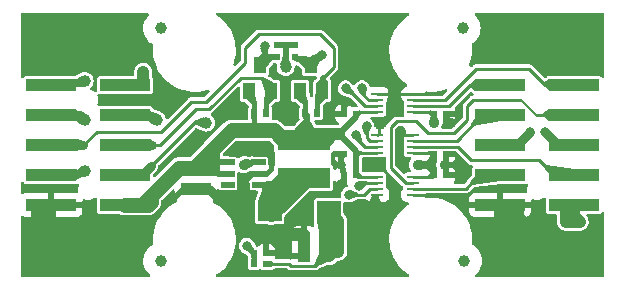
<source format=gbr>
%TF.GenerationSoftware,KiCad,Pcbnew,7.0.9-7.0.9~ubuntu22.04.1*%
%TF.CreationDate,2025-02-28T15:02:41+02:00*%
%TF.ProjectId,UEXT-3TO5V_Rev_A,55455854-2d33-4544-9f35-565f5265765f,A*%
%TF.SameCoordinates,PX68e7780PY76bb820*%
%TF.FileFunction,Copper,L1,Top*%
%TF.FilePolarity,Positive*%
%FSLAX46Y46*%
G04 Gerber Fmt 4.6, Leading zero omitted, Abs format (unit mm)*
G04 Created by KiCad (PCBNEW 7.0.9-7.0.9~ubuntu22.04.1) date 2025-02-28 15:02:41*
%MOMM*%
%LPD*%
G01*
G04 APERTURE LIST*
%TA.AperFunction,FiducialPad,Global*%
%ADD10C,1.000000*%
%TD*%
%TA.AperFunction,SMDPad,CuDef*%
%ADD11R,0.500000X0.550000*%
%TD*%
%TA.AperFunction,SMDPad,CuDef*%
%ADD12R,4.250000X1.000000*%
%TD*%
%TA.AperFunction,SMDPad,CuDef*%
%ADD13R,1.016000X1.016000*%
%TD*%
%TA.AperFunction,SMDPad,CuDef*%
%ADD14R,0.550000X0.500000*%
%TD*%
%TA.AperFunction,SMDPad,CuDef*%
%ADD15R,1.000000X0.250000*%
%TD*%
%TA.AperFunction,SMDPad,CuDef*%
%ADD16R,1.200000X0.550000*%
%TD*%
%TA.AperFunction,SMDPad,CuDef*%
%ADD17R,2.000000X1.700000*%
%TD*%
%TA.AperFunction,SMDPad,CuDef*%
%ADD18R,1.746000X1.192000*%
%TD*%
%TA.AperFunction,SMDPad,CuDef*%
%ADD19R,1.000000X1.400000*%
%TD*%
%TA.AperFunction,SMDPad,CuDef*%
%ADD20R,4.500000X1.750000*%
%TD*%
%TA.AperFunction,ViaPad*%
%ADD21C,1.000000*%
%TD*%
%TA.AperFunction,ViaPad*%
%ADD22C,0.900000*%
%TD*%
%TA.AperFunction,ViaPad*%
%ADD23C,0.800000*%
%TD*%
%TA.AperFunction,Conductor*%
%ADD24C,1.016000*%
%TD*%
%TA.AperFunction,Conductor*%
%ADD25C,0.254000*%
%TD*%
%TA.AperFunction,Conductor*%
%ADD26C,0.508000*%
%TD*%
%TA.AperFunction,Conductor*%
%ADD27C,0.558800*%
%TD*%
%TA.AperFunction,Conductor*%
%ADD28C,1.270000*%
%TD*%
%TA.AperFunction,Conductor*%
%ADD29C,0.406400*%
%TD*%
%TA.AperFunction,Conductor*%
%ADD30C,0.762000*%
%TD*%
%TA.AperFunction,Conductor*%
%ADD31C,1.524000*%
%TD*%
%TA.AperFunction,Conductor*%
%ADD32C,1.778000*%
%TD*%
%TA.AperFunction,Conductor*%
%ADD33C,0.203200*%
%TD*%
G04 APERTURE END LIST*
D10*
%TO.P,FID4,Fid1,FID\u002A*%
%TO.N,unconnected-(FID4-FID\u002A-PadFid1)*%
X12174000Y1691000D03*
%TD*%
D11*
%TO.P,C6,1*%
%TO.N,+5V*%
X35288000Y14137000D03*
%TO.P,C6,2*%
%TO.N,GND*%
X36304000Y14137000D03*
%TD*%
D12*
%TO.P,UEXT_3V3,1,1*%
%TO.N,+3.3V*%
X9125000Y6420000D03*
%TO.P,UEXT_3V3,2,2*%
%TO.N,GND*%
X2875000Y6420000D03*
%TO.P,UEXT_3V3,3,3*%
%TO.N,/UART_TX_3.3V*%
X9125000Y8960000D03*
%TO.P,UEXT_3V3,4,4*%
%TO.N,/UART_RX_3.3V*%
X2875000Y8960000D03*
%TO.P,UEXT_3V3,5,5*%
%TO.N,/I2C_SCL_3.3V*%
X9125000Y11500000D03*
%TO.P,UEXT_3V3,6,6*%
%TO.N,/I2C_SDA_3.3V*%
X2875000Y11500000D03*
%TO.P,UEXT_3V3,7,7*%
%TO.N,/MISO_3.3V*%
X9125000Y14040000D03*
%TO.P,UEXT_3V3,8,8*%
%TO.N,/MOSI_3.3V*%
X2875000Y14040000D03*
%TO.P,UEXT_3V3,9,9*%
%TO.N,/SCK_3.3V*%
X9125000Y16580000D03*
%TO.P,UEXT_3V3,10,10*%
%TO.N,/CS_3.3V*%
X2875000Y16580000D03*
%TD*%
D13*
%TO.P,C10,1*%
%TO.N,+5V*%
X26017000Y2072000D03*
%TO.P,C10,2*%
%TO.N,GND*%
X24239000Y2072000D03*
%TD*%
D11*
%TO.P,R6,1*%
%TO.N,Net-(U4-FB)*%
X20048000Y2326000D03*
%TO.P,R6,2*%
%TO.N,GND*%
X21064000Y2326000D03*
%TD*%
D14*
%TO.P,R3,1*%
%TO.N,/I2C_SCL_5V*%
X21953000Y18963000D03*
%TO.P,R3,2*%
%TO.N,+5V*%
X21953000Y19979000D03*
%TD*%
D15*
%TO.P,U3,1,VCCA*%
%TO.N,+5V*%
X33486000Y14276000D03*
%TO.P,U3,2,A1*%
%TO.N,/CS_5V*%
X33486000Y14776000D03*
%TO.P,U3,3,A2*%
%TO.N,/SCK_5V*%
X33486000Y15276000D03*
%TO.P,U3,4,GND*%
%TO.N,GND*%
X33486000Y15776000D03*
%TO.P,U3,5,DIR*%
X30486000Y15776000D03*
%TO.P,U3,6,B2*%
%TO.N,/SCK_3.3V*%
X30486000Y15276000D03*
%TO.P,U3,7,B1*%
%TO.N,/CS_3.3V*%
X30486000Y14776000D03*
%TO.P,U3,8,VCCB*%
%TO.N,+3.3V*%
X30486000Y14276000D03*
%TD*%
D16*
%TO.P,U4,1,LX*%
%TO.N,/LX2*%
X20459100Y8107000D03*
%TO.P,U4,2,GND*%
%TO.N,GND*%
X20459100Y9057000D03*
%TO.P,U4,3,FB*%
%TO.N,Net-(U4-FB)*%
X20459100Y10007000D03*
%TO.P,U4,4,EN*%
%TO.N,+3.3V*%
X17858900Y10007000D03*
%TO.P,U4,5,IN*%
X17858900Y9057000D03*
%TO.P,U4,6,NC*%
%TO.N,unconnected-(U4-NC-Pad6)*%
X17858900Y8107000D03*
%TD*%
D10*
%TO.P,FID3,Fid1,FID\u002A*%
%TO.N,unconnected-(FID3-FID\u002A-PadFid1)*%
X37828000Y1691000D03*
%TD*%
D17*
%TO.P,D1,1,K*%
%TO.N,+5V*%
X26358000Y5882000D03*
D18*
X26231000Y5882000D03*
%TO.P,D1,2,A*%
%TO.N,/LX2*%
X21485000Y5882000D03*
D17*
X21358000Y5882000D03*
%TD*%
D11*
%TO.P,R5,1*%
%TO.N,+5V*%
X21064000Y1437000D03*
%TO.P,R5,2*%
%TO.N,Net-(U4-FB)*%
X20048000Y1437000D03*
%TD*%
%TO.P,C4,1*%
%TO.N,+5V*%
X35288000Y8930000D03*
%TO.P,C4,2*%
%TO.N,GND*%
X36304000Y8930000D03*
%TD*%
%TO.P,R2,1*%
%TO.N,/I2C_SDA_3.3V*%
X25382000Y14137000D03*
%TO.P,R2,2*%
%TO.N,+3.3V*%
X24366000Y14137000D03*
%TD*%
%TO.P,C5,1*%
%TO.N,+3.3V*%
X28684000Y14137000D03*
%TO.P,C5,2*%
%TO.N,GND*%
X27668000Y14137000D03*
%TD*%
%TO.P,C2,1*%
%TO.N,+5V*%
X35288000Y10708000D03*
%TO.P,C2,2*%
%TO.N,GND*%
X36304000Y10708000D03*
%TD*%
D10*
%TO.P,FID2,Fid1,FID\u002A*%
%TO.N,unconnected-(FID2-FID\u002A-PadFid1)*%
X37701000Y21376000D03*
%TD*%
D19*
%TO.P,FET1,1,G*%
%TO.N,+3.3V*%
X19606040Y16077560D03*
%TO.P,FET1,2,S*%
%TO.N,/I2C_SCL_3.3V*%
X21508500Y16077560D03*
%TO.P,FET1,3,D*%
%TO.N,/I2C_SCL_5V*%
X20553460Y18287360D03*
%TD*%
D13*
%TO.P,C9,1*%
%TO.N,+5V*%
X26017000Y3596000D03*
%TO.P,C9,2*%
%TO.N,GND*%
X24239000Y3596000D03*
%TD*%
D15*
%TO.P,U1,1,VCCA*%
%TO.N,+5V*%
X33486000Y10847000D03*
%TO.P,U1,2,A1*%
%TO.N,/UART_TX_5V*%
X33486000Y11347000D03*
%TO.P,U1,3,A2*%
%TO.N,/MOSI_5V*%
X33486000Y11847000D03*
%TO.P,U1,4,GND*%
%TO.N,GND*%
X33486000Y12347000D03*
%TO.P,U1,5,DIR*%
X30486000Y12347000D03*
%TO.P,U1,6,B2*%
%TO.N,/MOSI_3.3V*%
X30486000Y11847000D03*
%TO.P,U1,7,B1*%
%TO.N,/UART_TX_3.3V*%
X30486000Y11347000D03*
%TO.P,U1,8,VCCB*%
%TO.N,+3.3V*%
X30486000Y10847000D03*
%TD*%
D14*
%TO.P,R4,1*%
%TO.N,/I2C_SDA_5V*%
X23477000Y18963000D03*
%TO.P,R4,2*%
%TO.N,+5V*%
X23477000Y19979000D03*
%TD*%
D11*
%TO.P,R1,1*%
%TO.N,+3.3V*%
X20048000Y14137000D03*
%TO.P,R1,2*%
%TO.N,/I2C_SCL_3.3V*%
X21064000Y14137000D03*
%TD*%
D19*
%TO.P,FET2,1,G*%
%TO.N,+3.3V*%
X23924040Y16077560D03*
%TO.P,FET2,2,S*%
%TO.N,/I2C_SDA_3.3V*%
X25826500Y16077560D03*
%TO.P,FET2,3,D*%
%TO.N,/I2C_SDA_5V*%
X24871460Y18287360D03*
%TD*%
D20*
%TO.P,L1,1,1*%
%TO.N,/LX2*%
X24239000Y8727000D03*
%TO.P,L1,2,2*%
%TO.N,+3.3V*%
X24239000Y11927000D03*
%TD*%
D13*
%TO.P,C8,1*%
%TO.N,+3.3V*%
X15857000Y9565000D03*
%TO.P,C8,2*%
%TO.N,GND*%
X15857000Y7787000D03*
%TD*%
D15*
%TO.P,U2,1,VCCA*%
%TO.N,+3.3V*%
X30486000Y8791000D03*
%TO.P,U2,2,A1*%
%TO.N,/MISO_3.3V*%
X30486000Y8291000D03*
%TO.P,U2,3,A2*%
%TO.N,/UART_RX_3.3V*%
X30486000Y7791000D03*
%TO.P,U2,4,GND*%
%TO.N,GND*%
X30486000Y7291000D03*
%TO.P,U2,5,DIR*%
X33486000Y7291000D03*
%TO.P,U2,6,B2*%
%TO.N,/UART_RX_5V*%
X33486000Y7791000D03*
%TO.P,U2,7,B1*%
%TO.N,/MISO_5V*%
X33486000Y8291000D03*
%TO.P,U2,8,VCCB*%
%TO.N,+5V*%
X33486000Y8791000D03*
%TD*%
D12*
%TO.P,UEXT_5V0,1,1*%
%TO.N,+5V*%
X47125000Y6420000D03*
%TO.P,UEXT_5V0,2,2*%
%TO.N,GND*%
X40875000Y6420000D03*
%TO.P,UEXT_5V0,3,3*%
%TO.N,/UART_TX_5V*%
X47125000Y8960000D03*
%TO.P,UEXT_5V0,4,4*%
%TO.N,/UART_RX_5V*%
X40875000Y8960000D03*
%TO.P,UEXT_5V0,5,5*%
%TO.N,/I2C_SCL_5V*%
X47125000Y11500000D03*
%TO.P,UEXT_5V0,6,6*%
%TO.N,/I2C_SDA_5V*%
X40875000Y11500000D03*
%TO.P,UEXT_5V0,7,7*%
%TO.N,/MISO_5V*%
X47125000Y14040000D03*
%TO.P,UEXT_5V0,8,8*%
%TO.N,/MOSI_5V*%
X40875000Y14040000D03*
%TO.P,UEXT_5V0,9,9*%
%TO.N,/SCK_5V*%
X47125000Y16580000D03*
%TO.P,UEXT_5V0,10,10*%
%TO.N,/CS_5V*%
X40875000Y16580000D03*
%TD*%
D11*
%TO.P,C1,1*%
%TO.N,+3.3V*%
X28684000Y10708000D03*
%TO.P,C1,2*%
%TO.N,GND*%
X27668000Y10708000D03*
%TD*%
%TO.P,C3,1*%
%TO.N,+3.3V*%
X28684000Y8930000D03*
%TO.P,C3,2*%
%TO.N,GND*%
X27668000Y8930000D03*
%TD*%
D10*
%TO.P,FID1,Fid1,FID\u002A*%
%TO.N,unconnected-(FID1-FID\u002A-PadFid1)*%
X12174000Y21376000D03*
%TD*%
D13*
%TO.P,C7,1*%
%TO.N,+3.3V*%
X14333000Y9565000D03*
%TO.P,C7,2*%
%TO.N,GND*%
X14333000Y7787000D03*
%TD*%
D21*
%TO.N,GND*%
X42400000Y5069134D03*
X1633000Y4993000D03*
X23096000Y3977000D03*
X2776000Y4993000D03*
D22*
X32494000Y12613000D03*
D21*
X43670000Y19090000D03*
X40622000Y1945000D03*
X40114000Y20995000D03*
X27414000Y1183000D03*
X18778000Y1437000D03*
D22*
X31732000Y15280000D03*
D21*
X31732000Y22011000D03*
X9761000Y20995000D03*
X18778000Y6009000D03*
D22*
X36177000Y9819000D03*
D21*
X30322366Y6656634D03*
X21445000Y3977000D03*
X5824000Y18709000D03*
D22*
X27795000Y15153000D03*
D21*
X47861000Y20995000D03*
X30716000Y13248000D03*
D23*
X14333000Y10962000D03*
D21*
X41206134Y5069134D03*
D23*
X27414000Y9819000D03*
D21*
X17762000Y6771000D03*
D23*
X27414000Y8168000D03*
D21*
X2141000Y20995000D03*
X19667000Y11343000D03*
D22*
X36685000Y13375000D03*
D23*
X22715000Y16931000D03*
D21*
X4935000Y1945000D03*
X20937000Y11343000D03*
X47734000Y2072000D03*
X31605000Y1183000D03*
D22*
X37320000Y9819000D03*
D23*
X7602000Y15407000D03*
D21*
X9634000Y1945000D03*
X18905000Y4739000D03*
X18270000Y22011000D03*
D22*
%TO.N,+5V*%
X35034000Y9819000D03*
D21*
X22715000Y18074000D03*
X27160000Y3723000D03*
X27160000Y2453000D03*
X47607000Y4993000D03*
D22*
X35288000Y13375000D03*
X33891000Y9819000D03*
D21*
X46464000Y4993000D03*
D23*
%TO.N,/I2C_SCL_5V*%
X20937000Y19852000D03*
X44686000Y12613000D03*
%TO.N,/I2C_SDA_5V*%
X25763000Y19090000D03*
X43416000Y12613000D03*
D22*
%TO.N,Net-(U4-FB)*%
X19159000Y9819000D03*
D23*
X19413000Y2961000D03*
%TO.N,/UART_TX_3.3V*%
X28684000Y12359000D03*
D21*
X15984000Y13375000D03*
D23*
%TO.N,/MOSI_3.3V*%
X29573000Y13121000D03*
D21*
X5697000Y13629000D03*
%TO.N,/MISO_3.3V*%
X11793000Y13629000D03*
D23*
X28938000Y8041000D03*
D21*
%TO.N,/UART_RX_3.3V*%
X5697000Y9311000D03*
D23*
X28049000Y7279000D03*
D21*
%TO.N,/CS_3.3V*%
X5697000Y16931000D03*
D23*
X27795000Y16296000D03*
%TO.N,/SCK_3.3V*%
X29192000Y16296000D03*
D21*
X10650000Y17693000D03*
%TD*%
D24*
%TO.N,+5V*%
X47125000Y6420000D02*
X46621000Y6420000D01*
X46621000Y6420000D02*
X46464000Y6263000D01*
X46464000Y6263000D02*
X46464000Y4993000D01*
X47125000Y6420000D02*
X47125000Y5475000D01*
X47125000Y5475000D02*
X47607000Y4993000D01*
X46464000Y4993000D02*
X47607000Y4993000D01*
%TO.N,GND*%
X42400000Y5069134D02*
X42400000Y6263000D01*
X40875000Y6420000D02*
X41049134Y6420000D01*
X41049134Y6420000D02*
X42400000Y5069134D01*
D25*
%TO.N,/SCK_5V*%
X33486000Y15276000D02*
X36173000Y15276000D01*
X43289000Y17947000D02*
X44656000Y16580000D01*
X36173000Y15276000D02*
X38844000Y17947000D01*
X38844000Y17947000D02*
X43289000Y17947000D01*
X44656000Y16580000D02*
X47125000Y16580000D01*
%TO.N,GND*%
X33486000Y15776000D02*
X35346800Y15776000D01*
X30716000Y13248000D02*
X30589000Y13121000D01*
X30589000Y13121000D02*
X30589000Y12450000D01*
X30589000Y12450000D02*
X30486000Y12347000D01*
D26*
X32494000Y12613000D02*
X32494000Y10327000D01*
D27*
X30322366Y6656634D02*
X30322366Y7127366D01*
D25*
X30322366Y7127366D02*
X30486000Y7291000D01*
D24*
X24239000Y3596000D02*
X24239000Y3850000D01*
X24239000Y3850000D02*
X24112000Y3977000D01*
X24112000Y3977000D02*
X20048000Y3977000D01*
X20048000Y3977000D02*
X19225274Y4799726D01*
D26*
%TO.N,+3.3V*%
X27223500Y12418300D02*
X28684000Y10957800D01*
D28*
X13698000Y9565000D02*
X14333000Y9565000D01*
D26*
X17858900Y10007000D02*
X16934000Y10007000D01*
D29*
X19606040Y15594960D02*
X19606040Y16077560D01*
D28*
X9125000Y6420000D02*
X11061000Y6420000D01*
D26*
X17858900Y9057000D02*
X17000000Y9057000D01*
D28*
X16492000Y11089000D02*
X18143000Y12740000D01*
D26*
X28684000Y13883000D02*
X28684000Y14137000D01*
D25*
X30486000Y8791000D02*
X28823000Y8791000D01*
D28*
X18143000Y12740000D02*
X20048000Y12740000D01*
D29*
X24493000Y12664000D02*
X24493000Y14010000D01*
X24366000Y15203800D02*
X23924040Y15645760D01*
D28*
X20048000Y12740000D02*
X21699000Y12740000D01*
D29*
X24734500Y12422500D02*
X24493000Y12664000D01*
X20048000Y14137000D02*
X20048000Y15153000D01*
D26*
X27223500Y12422500D02*
X28684000Y13883000D01*
D29*
X20048000Y14137000D02*
X20048000Y12740000D01*
D28*
X14333000Y9565000D02*
X14968000Y9565000D01*
X11285000Y7152000D02*
X10553000Y6420000D01*
X22512000Y11927000D02*
X24239000Y11927000D01*
D26*
X27223500Y12422500D02*
X27223500Y12418300D01*
D28*
X21699000Y12740000D02*
X22512000Y11927000D01*
D29*
X23924040Y15645760D02*
X23924040Y16077560D01*
D25*
X28823000Y8791000D02*
X28684000Y8930000D01*
D28*
X11285000Y7152000D02*
X13698000Y9565000D01*
D26*
X28684000Y10957800D02*
X28684000Y10708000D01*
D28*
X11285000Y6644000D02*
X11285000Y7152000D01*
D24*
X24734500Y12422500D02*
X24239000Y11927000D01*
D29*
X24493000Y14010000D02*
X24366000Y14137000D01*
D26*
X16934000Y10007000D02*
X16492000Y9565000D01*
D28*
X16492000Y11089000D02*
X14968000Y9565000D01*
D25*
X30486000Y10847000D02*
X28823000Y10847000D01*
D28*
X16492000Y9565000D02*
X16492000Y11089000D01*
D25*
X28823000Y10847000D02*
X28684000Y10708000D01*
D29*
X24366000Y14137000D02*
X24366000Y15203800D01*
D26*
X28684000Y10708000D02*
X28684000Y8930000D01*
D25*
X30486000Y14276000D02*
X28823000Y14276000D01*
D28*
X11061000Y6420000D02*
X11285000Y6644000D01*
D24*
X27223500Y12422500D02*
X24734500Y12422500D01*
D28*
X15857000Y9565000D02*
X16492000Y9565000D01*
D25*
X28823000Y14276000D02*
X28684000Y14137000D01*
D26*
X17000000Y9057000D02*
X16492000Y9565000D01*
D29*
X20048000Y15153000D02*
X19606040Y15594960D01*
D28*
X14968000Y9565000D02*
X15857000Y9565000D01*
D25*
%TO.N,GND*%
X38179000Y6420000D02*
X37308000Y7291000D01*
D26*
X36304000Y9946000D02*
X36177000Y9819000D01*
D24*
X24239000Y2072000D02*
X24239000Y3596000D01*
D26*
X36304000Y9692000D02*
X36177000Y9819000D01*
X36304000Y13756000D02*
X36304000Y14137000D01*
X27668000Y15026000D02*
X27795000Y15153000D01*
D25*
X31732000Y15776000D02*
X33486000Y15776000D01*
D26*
X36304000Y8930000D02*
X36304000Y9692000D01*
X36685000Y13375000D02*
X36304000Y13756000D01*
D29*
X20459100Y9057000D02*
X21064000Y9057000D01*
D30*
X16238000Y7787000D02*
X17254000Y6771000D01*
D29*
X26956800Y725800D02*
X27414000Y1183000D01*
D24*
X2875000Y6420000D02*
X2171000Y6420000D01*
D29*
X19472200Y725800D02*
X26956800Y725800D01*
X18778000Y1437000D02*
X18778000Y1420000D01*
D30*
X17254000Y6771000D02*
X17762000Y6771000D01*
D26*
X31732000Y14137000D02*
X31732000Y15280000D01*
X14333000Y7787000D02*
X14079000Y7787000D01*
X19159000Y8298806D02*
X19159000Y8345800D01*
D25*
X32494000Y12613000D02*
X32760000Y12347000D01*
X27414000Y9819000D02*
X27668000Y9565000D01*
X40875000Y6420000D02*
X38179000Y6420000D01*
X18905000Y4739000D02*
X18905000Y5882000D01*
X27668000Y9565000D02*
X27668000Y8930000D01*
D26*
X27414000Y9819000D02*
X27414000Y10454000D01*
D29*
X21064000Y9057000D02*
X21445000Y9438000D01*
D24*
X2171000Y6420000D02*
X1633000Y5882000D01*
D25*
X27414000Y9184000D02*
X27668000Y8930000D01*
D24*
X2268000Y5813000D02*
X2268000Y5120000D01*
X41206134Y5069134D02*
X40875000Y5400268D01*
D29*
X27668000Y8422000D02*
X27414000Y8168000D01*
D26*
X30843000Y13248000D02*
X31732000Y14137000D01*
D30*
X31732000Y15280000D02*
X31732000Y15776000D01*
D31*
X42400000Y5069134D02*
X41206134Y5069134D01*
D26*
X27287000Y17312000D02*
X28430000Y17312000D01*
D30*
X18965726Y4799726D02*
X18905000Y4739000D01*
D26*
X27668000Y14137000D02*
X27668000Y15026000D01*
D24*
X40875000Y5400268D02*
X40875000Y6420000D01*
D30*
X26017000Y22138000D02*
X23350000Y22138000D01*
D25*
X27414000Y9819000D02*
X27414000Y9184000D01*
D29*
X27668000Y8930000D02*
X27668000Y8422000D01*
D26*
X19159000Y8345800D02*
X19870200Y9057000D01*
D30*
X31732000Y16423000D02*
X26017000Y22138000D01*
D26*
X26906000Y15834829D02*
X26906000Y16931000D01*
D24*
X2776000Y6321000D02*
X2776000Y4993000D01*
D25*
X30486000Y15776000D02*
X31732000Y15776000D01*
X37308000Y7291000D02*
X33486000Y7291000D01*
D26*
X27414000Y10454000D02*
X27668000Y10708000D01*
D25*
X18905000Y5882000D02*
X18778000Y6009000D01*
D24*
X2875000Y6420000D02*
X2268000Y5813000D01*
X15857000Y7787000D02*
X14333000Y7787000D01*
D25*
X32760000Y12347000D02*
X33486000Y12347000D01*
X18651000Y6771000D02*
X19159000Y7279000D01*
D30*
X19225274Y4799726D02*
X18965726Y4799726D01*
D26*
X26906000Y16931000D02*
X27287000Y17312000D01*
D30*
X19159000Y7279000D02*
X19159000Y8298806D01*
D26*
X27795000Y15153000D02*
X27587829Y15153000D01*
D30*
X15857000Y7787000D02*
X16238000Y7787000D01*
D26*
X14079000Y7787000D02*
X13190000Y6898000D01*
D29*
X21445000Y10708000D02*
X21064000Y11089000D01*
D26*
X36304000Y10708000D02*
X36304000Y9946000D01*
D30*
X31732000Y15776000D02*
X31732000Y16423000D01*
D26*
X19870200Y9057000D02*
X20459100Y9057000D01*
D25*
X17762000Y6771000D02*
X18651000Y6771000D01*
D26*
X36177000Y9819000D02*
X37320000Y9819000D01*
D24*
X1633000Y5882000D02*
X1633000Y4993000D01*
D29*
X18778000Y1420000D02*
X19472200Y725800D01*
D26*
X30716000Y13248000D02*
X30843000Y13248000D01*
D24*
X2875000Y6420000D02*
X2776000Y6321000D01*
D26*
X27587829Y15153000D02*
X26906000Y15834829D01*
D29*
X21445000Y9438000D02*
X21445000Y10708000D01*
D24*
%TO.N,+5V*%
X26358000Y5882000D02*
X26017000Y5541000D01*
D26*
X33891000Y9819000D02*
X35034000Y9819000D01*
D24*
X26017000Y5541000D02*
X26017000Y3596000D01*
D25*
X35149000Y8791000D02*
X33486000Y8791000D01*
D24*
X26886000Y5354000D02*
X27160000Y5080000D01*
D26*
X22715000Y19979000D02*
X23477000Y19979000D01*
D25*
X33486000Y10847000D02*
X35149000Y10847000D01*
D26*
X22715000Y18074000D02*
X22715000Y19979000D01*
D24*
X26398000Y2072000D02*
X26886000Y2560000D01*
D26*
X35288000Y10708000D02*
X35288000Y10073000D01*
X35288000Y14137000D02*
X35288000Y13375000D01*
D24*
X26017000Y2072000D02*
X26017000Y3596000D01*
D25*
X35149000Y10847000D02*
X35288000Y10708000D01*
D24*
X26358000Y5882000D02*
X26886000Y5354000D01*
D25*
X26017000Y2072000D02*
X25178800Y1233800D01*
D26*
X21953000Y19979000D02*
X22715000Y19979000D01*
D25*
X35149000Y14276000D02*
X35288000Y14137000D01*
X35288000Y8930000D02*
X35149000Y8791000D01*
D24*
X27160000Y5080000D02*
X27160000Y3723000D01*
D25*
X23172200Y1233800D02*
X22969000Y1437000D01*
D26*
X21445000Y1437000D02*
X21064000Y1437000D01*
D25*
X22969000Y1437000D02*
X21445000Y1437000D01*
D26*
X35288000Y9565000D02*
X35288000Y8930000D01*
X35288000Y10073000D02*
X35034000Y9819000D01*
D25*
X25178800Y1233800D02*
X23172200Y1233800D01*
D26*
X35034000Y9819000D02*
X35288000Y9565000D01*
D24*
X27160000Y3723000D02*
X27160000Y2453000D01*
D25*
X33486000Y14276000D02*
X35149000Y14276000D01*
D24*
X26017000Y2072000D02*
X26398000Y2072000D01*
X26886000Y2560000D02*
X26886000Y5354000D01*
%TO.N,/LX2*%
X21191000Y6176000D02*
X21191000Y7914000D01*
D32*
X21485000Y5973000D02*
X24239000Y8727000D01*
D26*
X20998000Y8107000D02*
X21191000Y7914000D01*
X21394200Y7914000D02*
X22537200Y9057000D01*
D24*
X21485000Y5882000D02*
X21191000Y6176000D01*
D32*
X21485000Y5882000D02*
X21485000Y5973000D01*
D24*
X23426000Y7914000D02*
X24239000Y8727000D01*
X21191000Y7914000D02*
X23426000Y7914000D01*
D26*
X21191000Y7914000D02*
X21394200Y7914000D01*
X20459100Y8107000D02*
X20998000Y8107000D01*
D25*
%TO.N,/I2C_SCL_3.3V*%
X11412000Y11500000D02*
X12077000Y11500000D01*
D29*
X21508500Y15597500D02*
X21508500Y16077560D01*
D25*
X15095000Y14518000D02*
X16238000Y14518000D01*
D30*
X9125000Y11500000D02*
X11412000Y11500000D01*
D29*
X21064000Y15153000D02*
X21508500Y15597500D01*
D25*
X16238000Y14518000D02*
X18905000Y17185000D01*
D29*
X21064000Y14137000D02*
X21064000Y15153000D01*
D25*
X12077000Y11500000D02*
X15095000Y14518000D01*
X18905000Y17185000D02*
X20683000Y17185000D01*
D26*
X21064000Y16804000D02*
X21508500Y16359500D01*
D25*
X20683000Y17185000D02*
X21064000Y16804000D01*
D26*
X21508500Y16359500D02*
X21508500Y16077560D01*
D25*
%TO.N,/I2C_SCL_5V*%
X20556000Y18289900D02*
X20553460Y18287360D01*
D26*
X20810000Y18963000D02*
X21953000Y18963000D01*
X20937000Y19090000D02*
X20810000Y18963000D01*
D25*
X45799000Y11500000D02*
X47125000Y11500000D01*
D26*
X20553460Y18287360D02*
X20553460Y18706460D01*
D30*
X44686000Y12613000D02*
X45799000Y11500000D01*
D26*
X20553460Y18706460D02*
X20810000Y18963000D01*
X20937000Y19852000D02*
X20937000Y19090000D01*
D30*
%TO.N,/I2C_SDA_3.3V*%
X2875000Y11500000D02*
X5600000Y11500000D01*
D25*
X19286000Y18455000D02*
X15984000Y15153000D01*
X15984000Y15153000D02*
X14714000Y15153000D01*
X20429000Y20868000D02*
X19286000Y19725000D01*
D29*
X25382000Y14137000D02*
X25382000Y15280000D01*
D26*
X25890000Y16141060D02*
X25890000Y17185000D01*
D25*
X25636000Y20868000D02*
X20429000Y20868000D01*
X12174000Y12613000D02*
X6713000Y12613000D01*
X26779000Y19725000D02*
X25636000Y20868000D01*
X19286000Y19725000D02*
X19286000Y18455000D01*
D29*
X25826500Y15724500D02*
X25826500Y16077560D01*
X25382000Y15280000D02*
X25826500Y15724500D01*
D26*
X25826500Y16077560D02*
X25890000Y16141060D01*
D25*
X26779000Y18074000D02*
X26779000Y19725000D01*
X14714000Y15153000D02*
X12174000Y12613000D01*
X6713000Y12613000D02*
X5600000Y11500000D01*
X25890000Y17185000D02*
X26779000Y18074000D01*
D30*
%TO.N,/I2C_SDA_5V*%
X43416000Y12613000D02*
X42303000Y11500000D01*
D26*
X25674100Y19090000D02*
X25763000Y19090000D01*
X24871460Y18287360D02*
X25674100Y19090000D01*
D25*
X42303000Y11500000D02*
X40875000Y11500000D01*
D26*
X23705600Y18734400D02*
X23477000Y18963000D01*
X24424420Y18734400D02*
X23705600Y18734400D01*
X24871460Y18287360D02*
X24424420Y18734400D01*
D29*
%TO.N,Net-(U4-FB)*%
X20048000Y1437000D02*
X20048000Y2326000D01*
X19159000Y9819000D02*
X19347000Y10007000D01*
X19413000Y2961000D02*
X20048000Y2326000D01*
X19347000Y10007000D02*
X20459100Y10007000D01*
D25*
%TO.N,/MOSI_5V*%
X40875000Y14040000D02*
X39382000Y14040000D01*
X37189000Y11847000D02*
X33486000Y11847000D01*
X39382000Y14040000D02*
X37189000Y11847000D01*
%TO.N,/UART_TX_5V*%
X45418000Y8960000D02*
X44178000Y10200000D01*
X38439250Y10200000D02*
X37292250Y11347000D01*
X44178000Y10200000D02*
X38439250Y10200000D01*
X37292250Y11347000D02*
X33486000Y11347000D01*
X47125000Y8960000D02*
X45418000Y8960000D01*
%TO.N,/UART_TX_3.3V*%
X28684000Y12105000D02*
X29442000Y11347000D01*
X14968000Y13375000D02*
X15984000Y13375000D01*
D30*
X11285000Y9692000D02*
X10553000Y8960000D01*
D25*
X29442000Y11347000D02*
X30486000Y11347000D01*
D30*
X10553000Y8960000D02*
X9125000Y8960000D01*
D25*
X11285000Y9692000D02*
X14968000Y13375000D01*
X28684000Y12359000D02*
X28684000Y12105000D01*
%TO.N,/MOSI_3.3V*%
X29573000Y13121000D02*
X29573000Y12105000D01*
D30*
X5697000Y13629000D02*
X5286000Y14040000D01*
D25*
X29573000Y12105000D02*
X29831000Y11847000D01*
D30*
X5286000Y14040000D02*
X2875000Y14040000D01*
D25*
X29831000Y11847000D02*
X30486000Y11847000D01*
%TO.N,/MISO_3.3V*%
X29188000Y8291000D02*
X30486000Y8291000D01*
D30*
X11539000Y13629000D02*
X11128000Y14040000D01*
X11793000Y13629000D02*
X11539000Y13629000D01*
D25*
X28938000Y8041000D02*
X29188000Y8291000D01*
D30*
X11128000Y14040000D02*
X9125000Y14040000D01*
D26*
%TO.N,/UART_RX_3.3V*%
X5346000Y8960000D02*
X2875000Y8960000D01*
D25*
X29319000Y7279000D02*
X29831000Y7791000D01*
X29831000Y7791000D02*
X30486000Y7791000D01*
D26*
X5697000Y9311000D02*
X5346000Y8960000D01*
D25*
X28049000Y7279000D02*
X29319000Y7279000D01*
%TO.N,/UART_RX_5V*%
X37959000Y7791000D02*
X33486000Y7791000D01*
X40875000Y8960000D02*
X39128000Y8960000D01*
X39128000Y8960000D02*
X37959000Y7791000D01*
%TO.N,/MISO_5V*%
X38082000Y14772000D02*
X38590000Y15280000D01*
X33764000Y13502000D02*
X34780000Y12486000D01*
X33486000Y8291000D02*
X32879000Y8291000D01*
X31605000Y9565000D02*
X31605000Y12994000D01*
X47125000Y14040000D02*
X43906700Y14040000D01*
D33*
X43906700Y14040000D02*
X42666700Y15280000D01*
D25*
X36939000Y12486000D02*
X38082000Y13629000D01*
X38082000Y13629000D02*
X38082000Y14772000D01*
X32879000Y8291000D02*
X31605000Y9565000D01*
X38590000Y15280000D02*
X42666700Y15280000D01*
X34780000Y12486000D02*
X36939000Y12486000D01*
X32113000Y13502000D02*
X33764000Y13502000D01*
X31605000Y12994000D02*
X32113000Y13502000D01*
%TO.N,/CS_5V*%
X40875000Y16580000D02*
X38366000Y16580000D01*
X38366000Y16580000D02*
X36562000Y14776000D01*
X36562000Y14776000D02*
X33486000Y14776000D01*
D26*
%TO.N,/CS_3.3V*%
X5189000Y16931000D02*
X4838000Y16580000D01*
X4838000Y16580000D02*
X2875000Y16580000D01*
D25*
X27795000Y16296000D02*
X27922000Y16296000D01*
D26*
X5697000Y16931000D02*
X5189000Y16931000D01*
D25*
X27922000Y16296000D02*
X29442000Y14776000D01*
X29442000Y14776000D02*
X30486000Y14776000D01*
D26*
%TO.N,/SCK_3.3V*%
X10650000Y16580000D02*
X9125000Y16580000D01*
D25*
X29751400Y15276000D02*
X30486000Y15276000D01*
X29192000Y15835400D02*
X29751400Y15276000D01*
X29192000Y16296000D02*
X29192000Y15835400D01*
D24*
X10650000Y17693000D02*
X10650000Y16580000D01*
%TD*%
%TA.AperFunction,Conductor*%
%TO.N,GND*%
G36*
X513812Y8347311D02*
G01*
X536065Y8322089D01*
X566516Y8276516D01*
X650697Y8220267D01*
X650699Y8220266D01*
X724933Y8205500D01*
X5025066Y8205501D01*
X5080506Y8216528D01*
X5151219Y8210200D01*
X5207286Y8166645D01*
X5230905Y8099692D01*
X5222137Y8046312D01*
X5171791Y7919954D01*
X5171790Y7919951D01*
X5142277Y7739923D01*
X5141722Y7736535D01*
X5151248Y7560820D01*
X5134965Y7491718D01*
X5083905Y7442388D01*
X5025434Y7428000D01*
X3129000Y7428000D01*
X3129000Y6674000D01*
X5508000Y6674000D01*
X5508000Y6778979D01*
X5528002Y6847100D01*
X5581658Y6893593D01*
X5651932Y6903697D01*
X5686900Y6893336D01*
X5725548Y6875455D01*
X5725551Y6875455D01*
X5725552Y6875454D01*
X5735102Y6873352D01*
X5907067Y6835500D01*
X5907070Y6835500D01*
X6046324Y6835500D01*
X6046332Y6835500D01*
X6184775Y6850557D01*
X6360911Y6909904D01*
X6520171Y7005727D01*
X6528166Y7013300D01*
X6532849Y7017736D01*
X6596059Y7050062D01*
X6666712Y7043083D01*
X6722375Y6999013D01*
X6745376Y6931846D01*
X6745500Y6926262D01*
X6745500Y5894937D01*
X6745501Y5894927D01*
X6760265Y5820700D01*
X6816516Y5736516D01*
X6900697Y5680267D01*
X6900699Y5680266D01*
X6974933Y5665500D01*
X8619068Y5665501D01*
X8682068Y5648620D01*
X8699131Y5638769D01*
X8761215Y5602925D01*
X8761217Y5602925D01*
X8761220Y5602923D01*
X8905174Y5556150D01*
X8939044Y5545145D01*
X9078380Y5530500D01*
X10473075Y5530500D01*
X10492785Y5528950D01*
X10506190Y5526826D01*
X10574671Y5530415D01*
X10577944Y5530500D01*
X10981075Y5530500D01*
X11000785Y5528950D01*
X11014190Y5526826D01*
X11082671Y5530415D01*
X11085944Y5530500D01*
X11107612Y5530500D01*
X11107620Y5530500D01*
X11129227Y5532772D01*
X11132409Y5533022D01*
X11200915Y5536611D01*
X11214020Y5540124D01*
X11233471Y5543728D01*
X11246956Y5545145D01*
X11246958Y5545146D01*
X11246960Y5545146D01*
X11298659Y5561945D01*
X11312146Y5566328D01*
X11315291Y5567260D01*
X11381524Y5585006D01*
X11393613Y5591167D01*
X11411877Y5598732D01*
X11424785Y5602925D01*
X11424788Y5602927D01*
X11424789Y5602927D01*
X11433850Y5608160D01*
X11484185Y5637221D01*
X11487038Y5638769D01*
X11548125Y5669893D01*
X11558671Y5678435D01*
X11574959Y5689629D01*
X11586715Y5696415D01*
X11586718Y5696419D01*
X11586720Y5696419D01*
X11637653Y5742280D01*
X11640162Y5744423D01*
X11643223Y5746903D01*
X11657006Y5758063D01*
X11672345Y5773403D01*
X11674701Y5775640D01*
X11725669Y5821530D01*
X11733654Y5832522D01*
X11746483Y5847542D01*
X11857458Y5958517D01*
X11872478Y5971346D01*
X11883470Y5979331D01*
X11929360Y6030299D01*
X11931597Y6032655D01*
X11946937Y6047994D01*
X11960577Y6064838D01*
X11962720Y6067347D01*
X12008581Y6118280D01*
X12008581Y6118282D01*
X12008585Y6118285D01*
X12015371Y6130041D01*
X12026565Y6146329D01*
X12035107Y6156875D01*
X12066233Y6217967D01*
X12067779Y6220815D01*
X12102075Y6280215D01*
X12106268Y6293123D01*
X12113833Y6311387D01*
X12119994Y6323476D01*
X12137740Y6389709D01*
X12138674Y6392858D01*
X12159854Y6458040D01*
X12159855Y6458046D01*
X12161272Y6471529D01*
X12164877Y6490980D01*
X12168389Y6504085D01*
X12171978Y6572591D01*
X12172228Y6575773D01*
X12174500Y6597380D01*
X12174500Y6619056D01*
X12174585Y6622329D01*
X12178174Y6690810D01*
X12176051Y6704216D01*
X12174500Y6723926D01*
X12174500Y6731367D01*
X12194502Y6799488D01*
X12211405Y6820462D01*
X13101905Y7710962D01*
X13164217Y7744988D01*
X13235032Y7739923D01*
X13291868Y7697376D01*
X13316679Y7630856D01*
X13317000Y7621867D01*
X13317000Y7230403D01*
X13323505Y7169907D01*
X13374555Y7033036D01*
X13374555Y7033035D01*
X13462093Y6916099D01*
X13514707Y6876713D01*
X13557253Y6819877D01*
X13562319Y6749061D01*
X13528294Y6686749D01*
X13497296Y6664038D01*
X13220399Y6520155D01*
X13220396Y6520153D01*
X12909452Y6313881D01*
X12909445Y6313876D01*
X12622202Y6075732D01*
X12361883Y5808388D01*
X12131464Y5514900D01*
X11933543Y5198575D01*
X11770370Y4863014D01*
X11770369Y4863013D01*
X11643788Y4512008D01*
X11643786Y4512002D01*
X11555232Y4149532D01*
X11555228Y4149509D01*
X11505706Y3779696D01*
X11505705Y3779687D01*
X11495772Y3406690D01*
X11495772Y3406683D01*
X11516513Y3147547D01*
X11502010Y3078048D01*
X11456750Y3030063D01*
X11279875Y2921674D01*
X11279864Y2921666D01*
X11098356Y2766644D01*
X10943334Y2585136D01*
X10943333Y2585134D01*
X10818610Y2381604D01*
X10727263Y2161074D01*
X10689170Y2002403D01*
X10671539Y1928966D01*
X10652811Y1691000D01*
X10671539Y1453034D01*
X10707167Y1304634D01*
X10727263Y1220927D01*
X10808533Y1024724D01*
X10818611Y1000395D01*
X10909363Y852300D01*
X10943333Y796867D01*
X10943334Y796865D01*
X11098356Y615357D01*
X11201679Y527111D01*
X11240489Y467661D01*
X11240995Y396666D01*
X11203039Y336667D01*
X11138671Y306714D01*
X11119849Y305300D01*
X431300Y305300D01*
X363179Y325302D01*
X316686Y378958D01*
X305300Y431300D01*
X305300Y5366612D01*
X325302Y5434733D01*
X378958Y5481226D01*
X449232Y5491330D01*
X495245Y5472267D01*
X496124Y5473875D01*
X504035Y5469556D01*
X640906Y5418506D01*
X701402Y5412001D01*
X701415Y5412000D01*
X2621000Y5412000D01*
X2621000Y6166000D01*
X3129000Y6166000D01*
X3129000Y5412000D01*
X5048585Y5412000D01*
X5048597Y5412001D01*
X5109093Y5418506D01*
X5245964Y5469556D01*
X5245965Y5469556D01*
X5362904Y5557096D01*
X5450444Y5674035D01*
X5450444Y5674036D01*
X5501494Y5810907D01*
X5507999Y5871403D01*
X5508000Y5871415D01*
X5508000Y6166000D01*
X3129000Y6166000D01*
X2621000Y6166000D01*
X2621000Y7428000D01*
X701402Y7428000D01*
X640906Y7421495D01*
X504035Y7370445D01*
X496124Y7366125D01*
X495030Y7368128D01*
X440289Y7347710D01*
X370915Y7362801D01*
X320713Y7413003D01*
X305300Y7473389D01*
X305300Y8252087D01*
X325302Y8320208D01*
X378958Y8366701D01*
X449232Y8376805D01*
X513812Y8347311D01*
G37*
%TD.AperFunction*%
%TA.AperFunction,Conductor*%
G36*
X31143633Y10473476D02*
G01*
X31199700Y10429921D01*
X31223319Y10362969D01*
X31223500Y10356225D01*
X31223500Y9617634D01*
X31220818Y9591777D01*
X31218554Y9580984D01*
X31220185Y9567905D01*
X31223016Y9545191D01*
X31223500Y9537400D01*
X31223500Y9533385D01*
X31223499Y9533385D01*
X31227403Y9509997D01*
X31234303Y9454643D01*
X31236588Y9446968D01*
X31239180Y9439418D01*
X31239181Y9439415D01*
X31239182Y9439414D01*
X31265729Y9390359D01*
X31276623Y9368076D01*
X31290225Y9340252D01*
X31294868Y9333749D01*
X31299782Y9327435D01*
X31340819Y9289659D01*
X32572019Y8058458D01*
X32588405Y8038282D01*
X32594440Y8029044D01*
X32594441Y8029043D01*
X32594443Y8029041D01*
X32622894Y8006897D01*
X32628753Y8001724D01*
X32631591Y7998886D01*
X32637396Y7994742D01*
X32681214Y7938882D01*
X32687876Y7868199D01*
X32655266Y7805134D01*
X32639694Y7791330D01*
X32623095Y7778904D01*
X32535555Y7661966D01*
X32535555Y7661965D01*
X32484505Y7525094D01*
X32478000Y7464598D01*
X32478000Y7117403D01*
X32484505Y7056907D01*
X32535555Y6920036D01*
X32535555Y6920035D01*
X32623095Y6803096D01*
X32740034Y6715556D01*
X32876906Y6664506D01*
X32937402Y6658001D01*
X32937415Y6658000D01*
X33010324Y6658000D01*
X33078445Y6637998D01*
X33124938Y6584342D01*
X33135042Y6514068D01*
X33105548Y6449488D01*
X33079979Y6427004D01*
X33071164Y6421156D01*
X32909452Y6313881D01*
X32909445Y6313876D01*
X32622202Y6075732D01*
X32361883Y5808388D01*
X32131464Y5514900D01*
X31933543Y5198575D01*
X31770370Y4863014D01*
X31770369Y4863013D01*
X31643788Y4512008D01*
X31643786Y4512002D01*
X31555232Y4149532D01*
X31555228Y4149509D01*
X31505706Y3779696D01*
X31505705Y3779687D01*
X31495772Y3406690D01*
X31495772Y3406684D01*
X31525542Y3034741D01*
X31594683Y2668057D01*
X31594686Y2668048D01*
X31702399Y2310820D01*
X31702403Y2310811D01*
X31847484Y1967044D01*
X31847492Y1967027D01*
X31971641Y1742901D01*
X32028293Y1640626D01*
X32232247Y1350265D01*
X32242772Y1335282D01*
X32242777Y1335276D01*
X32488482Y1054474D01*
X32488484Y1054472D01*
X32708011Y851816D01*
X32762655Y801371D01*
X33062171Y578849D01*
X33062172Y578847D01*
X33062176Y578845D01*
X33062177Y578844D01*
X33128345Y539855D01*
X33176879Y488040D01*
X33189696Y418210D01*
X33162726Y352536D01*
X33104530Y311869D01*
X33064378Y305300D01*
X16934353Y305300D01*
X16866232Y325302D01*
X16819739Y378958D01*
X16809635Y449232D01*
X16839129Y513812D01*
X16864698Y536297D01*
X17090547Y686119D01*
X17377801Y924272D01*
X17638114Y1191609D01*
X17868535Y1485101D01*
X18066455Y1801422D01*
X18229631Y2136989D01*
X18356213Y2487999D01*
X18444769Y2850476D01*
X18494294Y3220312D01*
X18504227Y3593317D01*
X18496879Y3685123D01*
X18483682Y3850000D01*
X23223000Y3850000D01*
X23985000Y3850000D01*
X23985000Y4612000D01*
X23682402Y4612000D01*
X23621906Y4605495D01*
X23485035Y4554445D01*
X23485034Y4554445D01*
X23368095Y4466905D01*
X23280555Y4349966D01*
X23280555Y4349965D01*
X23229505Y4213094D01*
X23223000Y4152598D01*
X23223000Y3850000D01*
X18483682Y3850000D01*
X18474457Y3965260D01*
X18466408Y4007945D01*
X18405317Y4331941D01*
X18362085Y4475318D01*
X18297600Y4689181D01*
X18297596Y4689190D01*
X18294214Y4697203D01*
X18152511Y5032967D01*
X17971707Y5359374D01*
X17757232Y5664713D01*
X17757227Y5664719D01*
X17757222Y5664725D01*
X17511517Y5945527D01*
X17511515Y5945529D01*
X17237344Y6198630D01*
X16937828Y6421152D01*
X16937827Y6421154D01*
X16780143Y6514068D01*
X16616345Y6610585D01*
X16616341Y6610587D01*
X16613454Y6612288D01*
X16614284Y6613698D01*
X16567696Y6658392D01*
X16551170Y6727439D01*
X16574596Y6794459D01*
X16605057Y6821404D01*
X16603748Y6823153D01*
X16727904Y6916096D01*
X16815444Y7033035D01*
X16815444Y7033036D01*
X16866494Y7169907D01*
X16872999Y7230403D01*
X16873000Y7230415D01*
X16873000Y7673243D01*
X16893002Y7741364D01*
X16946658Y7787857D01*
X17016932Y7797961D01*
X17081512Y7768467D01*
X17103763Y7743247D01*
X17121835Y7716201D01*
X17130353Y7703453D01*
X17189329Y7664046D01*
X17189331Y7664045D01*
X17241339Y7653700D01*
X18476460Y7653701D01*
X18528469Y7664045D01*
X18587447Y7703453D01*
X18626855Y7762431D01*
X18637200Y7814439D01*
X18637199Y8399560D01*
X18626855Y8451569D01*
X18587447Y8510547D01*
X18587444Y8510549D01*
X18586477Y8511997D01*
X18565262Y8579750D01*
X18584045Y8648217D01*
X18586478Y8652003D01*
X18592488Y8660998D01*
X18626855Y8712431D01*
X18637200Y8764439D01*
X18637199Y9088800D01*
X18657201Y9156918D01*
X18710856Y9203411D01*
X18781130Y9213516D01*
X18821754Y9200365D01*
X18858152Y9181262D01*
X18907346Y9155443D01*
X19073458Y9114500D01*
X19073459Y9114500D01*
X19244541Y9114500D01*
X19244542Y9114500D01*
X19410654Y9155443D01*
X19451517Y9176891D01*
X19468746Y9184352D01*
X19474048Y9186191D01*
X19513746Y9209474D01*
X19516284Y9210884D01*
X19562141Y9234950D01*
X19562629Y9235383D01*
X19582448Y9249764D01*
X19657346Y9293688D01*
X19721086Y9311000D01*
X20587100Y9311000D01*
X20655221Y9290998D01*
X20701714Y9237342D01*
X20713100Y9185000D01*
X20713100Y8929000D01*
X20693098Y8860879D01*
X20639442Y8814386D01*
X20587100Y8803000D01*
X19351100Y8803000D01*
X19351100Y8733403D01*
X19357605Y8672907D01*
X19408655Y8536036D01*
X19408655Y8536035D01*
X19496195Y8419096D01*
X19613133Y8331557D01*
X19615177Y8330441D01*
X19616824Y8328794D01*
X19620352Y8326153D01*
X19619972Y8325647D01*
X19665383Y8280242D01*
X19680800Y8219849D01*
X19680800Y7814444D01*
X19680801Y7814439D01*
X19691145Y7762431D01*
X19730552Y7703453D01*
X19789529Y7664046D01*
X19789531Y7664045D01*
X19841539Y7653700D01*
X20200201Y7653701D01*
X20252542Y7642316D01*
X20307348Y7617286D01*
X20361003Y7570794D01*
X20381005Y7502673D01*
X20375389Y7465476D01*
X20226700Y6984257D01*
X20187480Y6925077D01*
X20176324Y6916693D01*
X20174519Y6915488D01*
X20174515Y6915484D01*
X20118266Y6831303D01*
X20103500Y6757070D01*
X20103500Y5006937D01*
X20103501Y5006927D01*
X20118265Y4932700D01*
X20174516Y4848516D01*
X20258697Y4792267D01*
X20258699Y4792266D01*
X20332933Y4777500D01*
X21158724Y4777501D01*
X21181873Y4775357D01*
X21379039Y4738500D01*
X21379041Y4738500D01*
X21590959Y4738500D01*
X21590961Y4738500D01*
X21788126Y4775357D01*
X21811276Y4777501D01*
X22383064Y4777501D01*
X22383066Y4777501D01*
X22383069Y4777502D01*
X22383072Y4777502D01*
X22419663Y4784781D01*
X22457301Y4792266D01*
X22541484Y4848516D01*
X22597734Y4932699D01*
X22612500Y5006933D01*
X22612499Y5431159D01*
X22632501Y5499278D01*
X22649399Y5520248D01*
X24689748Y7560596D01*
X24752060Y7594622D01*
X24778843Y7597501D01*
X26514064Y7597501D01*
X26514066Y7597501D01*
X26514069Y7597502D01*
X26514072Y7597502D01*
X26560105Y7606658D01*
X26588301Y7612266D01*
X26672484Y7668516D01*
X26728734Y7752699D01*
X26743500Y7826933D01*
X26743499Y8329773D01*
X26763501Y8397891D01*
X26817156Y8444384D01*
X26887430Y8454488D01*
X26952011Y8424995D01*
X26970367Y8405279D01*
X27055095Y8292096D01*
X27172034Y8204556D01*
X27308906Y8153506D01*
X27369402Y8147001D01*
X27369415Y8147000D01*
X27418000Y8147000D01*
X27418000Y9054000D01*
X27438002Y9122121D01*
X27491658Y9168614D01*
X27544000Y9180000D01*
X27792000Y9180000D01*
X27860121Y9159998D01*
X27906614Y9106342D01*
X27918000Y9054000D01*
X27918000Y8146999D01*
X27941500Y8123499D01*
X27975526Y8061187D01*
X27970461Y7990372D01*
X27927914Y7933536D01*
X27882561Y7912066D01*
X27815213Y7895466D01*
X27815202Y7895461D01*
X27674474Y7821602D01*
X27674469Y7821598D01*
X27555501Y7716200D01*
X27465215Y7585399D01*
X27465212Y7585393D01*
X27408849Y7436780D01*
X27389693Y7279004D01*
X27389693Y7278996D01*
X27408064Y7127687D01*
X27396419Y7057652D01*
X27348758Y7005031D01*
X27282983Y6986500D01*
X25332936Y6986500D01*
X25332926Y6986499D01*
X25258699Y6971735D01*
X25174515Y6915484D01*
X25118266Y6831303D01*
X25103500Y6757070D01*
X25103500Y5006923D01*
X25103734Y5004554D01*
X25104023Y4997091D01*
X25103672Y4980018D01*
X25103672Y4980012D01*
X25153912Y4697203D01*
X25146133Y4626634D01*
X25101436Y4571473D01*
X25034013Y4549234D01*
X24985822Y4557109D01*
X24856094Y4605495D01*
X24795597Y4612000D01*
X24493000Y4612000D01*
X24493000Y1944000D01*
X24472998Y1875879D01*
X24419342Y1829386D01*
X24367000Y1818000D01*
X23216386Y1818000D01*
X23168640Y1791930D01*
X23105906Y1794289D01*
X23085413Y1800390D01*
X23032664Y1818500D01*
X23024748Y1819821D01*
X23016842Y1820806D01*
X22961116Y1818500D01*
X21942500Y1818500D01*
X21874379Y1838502D01*
X21827886Y1892158D01*
X21817222Y1957970D01*
X21821999Y2002403D01*
X21822000Y2002415D01*
X21822000Y2076000D01*
X20940000Y2076000D01*
X20871879Y2096002D01*
X20825386Y2149658D01*
X20814000Y2202000D01*
X20814000Y3109000D01*
X21314000Y3109000D01*
X21314000Y2576000D01*
X21822000Y2576000D01*
X21822000Y2649586D01*
X21821999Y2649598D01*
X21815494Y2710094D01*
X21764444Y2846965D01*
X21764444Y2846966D01*
X21676904Y2963905D01*
X21559965Y3051445D01*
X21423093Y3102495D01*
X21362597Y3109000D01*
X21314000Y3109000D01*
X20814000Y3109000D01*
X20765402Y3109000D01*
X20704906Y3102495D01*
X20568035Y3051445D01*
X20568034Y3051445D01*
X20451097Y2963906D01*
X20408741Y2907326D01*
X20351905Y2864781D01*
X20281089Y2859717D01*
X20218777Y2893743D01*
X20199397Y2918737D01*
X20008544Y3241721D01*
X20009287Y3242161D01*
X19999099Y3261298D01*
X19996787Y3267395D01*
X19996784Y3267399D01*
X19971900Y3303450D01*
X19945291Y3342000D01*
X23223000Y3342000D01*
X23223000Y3039403D01*
X23229505Y2978905D01*
X23267128Y2878031D01*
X23272192Y2807215D01*
X23267128Y2789969D01*
X23229505Y2689096D01*
X23223000Y2628598D01*
X23223000Y2326000D01*
X23985000Y2326000D01*
X23985000Y3342000D01*
X23223000Y3342000D01*
X19945291Y3342000D01*
X19906498Y3398201D01*
X19787529Y3503599D01*
X19787528Y3503600D01*
X19787525Y3503602D01*
X19646797Y3577461D01*
X19646795Y3577462D01*
X19646793Y3577463D01*
X19646791Y3577464D01*
X19646790Y3577464D01*
X19492472Y3615500D01*
X19492471Y3615500D01*
X19333529Y3615500D01*
X19333527Y3615500D01*
X19179209Y3577464D01*
X19179202Y3577461D01*
X19038474Y3503602D01*
X19038469Y3503598D01*
X18919501Y3398200D01*
X18829215Y3267399D01*
X18829212Y3267393D01*
X18772849Y3118780D01*
X18753693Y2961004D01*
X18753693Y2960997D01*
X18772849Y2803221D01*
X18816132Y2689096D01*
X18829213Y2654605D01*
X18919502Y2523799D01*
X19038471Y2418401D01*
X19112001Y2379810D01*
X19131465Y2366300D01*
X19131640Y2366538D01*
X19136629Y2362886D01*
X19481600Y2159040D01*
X19530071Y2107165D01*
X19543500Y2050567D01*
X19543500Y2025936D01*
X19543897Y2021912D01*
X19544196Y2015026D01*
X19543998Y1997549D01*
X19561382Y1904684D01*
X19561382Y1858318D01*
X19543193Y1761151D01*
X19543193Y1761148D01*
X19541872Y1752488D01*
X19541173Y1746566D01*
X19539699Y1728963D01*
X19539699Y1728954D01*
X19542143Y1712440D01*
X19543500Y1693998D01*
X19543500Y1136937D01*
X19543501Y1136927D01*
X19558265Y1062700D01*
X19614516Y978516D01*
X19698697Y922267D01*
X19698699Y922266D01*
X19772933Y907500D01*
X20323066Y907501D01*
X20323069Y907502D01*
X20323073Y907502D01*
X20359926Y914833D01*
X20397301Y922266D01*
X20481484Y978516D01*
X20481486Y978520D01*
X20485995Y981532D01*
X20553748Y1002748D01*
X20622215Y983966D01*
X20626002Y981532D01*
X20714697Y922267D01*
X20714699Y922266D01*
X20788933Y907500D01*
X21339066Y907501D01*
X21339069Y907502D01*
X21339073Y907502D01*
X21397011Y919026D01*
X21413301Y922266D01*
X21413301Y922267D01*
X21425472Y924687D01*
X21425805Y923010D01*
X21453413Y928500D01*
X21481370Y928500D01*
X21481372Y928501D01*
X21589734Y944081D01*
X21722743Y1004824D01*
X21745709Y1024724D01*
X21810290Y1054217D01*
X21828222Y1055500D01*
X22758788Y1055500D01*
X22826909Y1035498D01*
X22847883Y1018595D01*
X22865216Y1001262D01*
X22881602Y981085D01*
X22887637Y971848D01*
X22887640Y971844D01*
X22899887Y962312D01*
X22916100Y949693D01*
X22921957Y944520D01*
X22924784Y941693D01*
X22924791Y941687D01*
X22944089Y927909D01*
X22988115Y893642D01*
X22988117Y893642D01*
X22995155Y889832D01*
X23002327Y886327D01*
X23002330Y886325D01*
X23035036Y876589D01*
X23055790Y870409D01*
X23108533Y852302D01*
X23108539Y852300D01*
X23108545Y852300D01*
X23116450Y850981D01*
X23124356Y849995D01*
X23124357Y849996D01*
X23124358Y849995D01*
X23180084Y852300D01*
X25126166Y852300D01*
X25152024Y849619D01*
X25162817Y847355D01*
X25198609Y851817D01*
X25206400Y852300D01*
X25210411Y852300D01*
X25233805Y856204D01*
X25241687Y857187D01*
X25289160Y863104D01*
X25289162Y863106D01*
X25296811Y865383D01*
X25304384Y867982D01*
X25304386Y867982D01*
X25308873Y870410D01*
X25353441Y894530D01*
X25403546Y919024D01*
X25403550Y919029D01*
X25410063Y923678D01*
X25416356Y928576D01*
X25416357Y928578D01*
X25416362Y928580D01*
X25419102Y931558D01*
X25462814Y962310D01*
X26262049Y1299587D01*
X26311038Y1309500D01*
X26333272Y1309500D01*
X26351532Y1308170D01*
X26353741Y1307847D01*
X26375672Y1304634D01*
X26409105Y1307560D01*
X26428555Y1309260D01*
X26434048Y1309500D01*
X26444624Y1309500D01*
X26444652Y1309501D01*
X26550064Y1309501D01*
X26550066Y1309501D01*
X26550069Y1309502D01*
X26550072Y1309502D01*
X26586663Y1316781D01*
X26624301Y1324266D01*
X26667863Y1353374D01*
X26698233Y1368215D01*
X26722440Y1376235D01*
X26722446Y1376239D01*
X26729096Y1379339D01*
X26729122Y1379283D01*
X26736003Y1382614D01*
X26735976Y1382669D01*
X26742533Y1385963D01*
X26742535Y1385965D01*
X26742539Y1385966D01*
X26781002Y1411265D01*
X26807739Y1428849D01*
X26830930Y1443155D01*
X26874149Y1469812D01*
X26874152Y1469815D01*
X26879909Y1474366D01*
X26879947Y1474318D01*
X26885874Y1479145D01*
X26885834Y1479193D01*
X26891453Y1483910D01*
X26891462Y1483915D01*
X26945020Y1540684D01*
X27057225Y1652890D01*
X27119533Y1686912D01*
X27153640Y1689579D01*
X27204637Y1686608D01*
X27380176Y1717560D01*
X27380181Y1717562D01*
X27543839Y1788157D01*
X27543840Y1788158D01*
X27543839Y1788158D01*
X27543845Y1788160D01*
X27686822Y1894602D01*
X27801396Y2031147D01*
X27881394Y2190434D01*
X27922500Y2363877D01*
X27922500Y3767412D01*
X27922500Y5015265D01*
X27923830Y5033525D01*
X27924432Y5037637D01*
X27927367Y5057672D01*
X27922739Y5110560D01*
X27922500Y5116047D01*
X27922500Y5124415D01*
X27918633Y5157497D01*
X27911832Y5235233D01*
X27910347Y5242425D01*
X27910407Y5242438D01*
X27908750Y5249915D01*
X27908691Y5249900D01*
X27906998Y5257041D01*
X27905224Y5261914D01*
X27880309Y5330370D01*
X27855765Y5404440D01*
X27855762Y5404444D01*
X27852664Y5411090D01*
X27852718Y5411116D01*
X27849380Y5418012D01*
X27849325Y5417984D01*
X27846031Y5424544D01*
X27803160Y5489725D01*
X27778966Y5528949D01*
X27762189Y5556149D01*
X27762188Y5556150D01*
X27757636Y5561907D01*
X27757683Y5561945D01*
X27752845Y5567884D01*
X27752799Y5567844D01*
X27748082Y5573466D01*
X27691333Y5627006D01*
X27664168Y5654171D01*
X27630142Y5716483D01*
X27629640Y5718906D01*
X27614876Y5793832D01*
X27612499Y5818192D01*
X27612499Y6560498D01*
X27632501Y6628619D01*
X27686157Y6675112D01*
X27756431Y6685216D01*
X27797051Y6672066D01*
X27815207Y6662537D01*
X27969529Y6624500D01*
X27969530Y6624500D01*
X28128470Y6624500D01*
X28128471Y6624500D01*
X28282793Y6662537D01*
X28282798Y6662541D01*
X28289928Y6665243D01*
X28290061Y6664891D01*
X28298036Y6668002D01*
X28297942Y6668252D01*
X28850584Y6875455D01*
X28887991Y6889481D01*
X28932225Y6897500D01*
X29266366Y6897500D01*
X29292224Y6894819D01*
X29303017Y6892555D01*
X29338809Y6897017D01*
X29346600Y6897500D01*
X29350611Y6897500D01*
X29374005Y6901404D01*
X29392456Y6903704D01*
X29429360Y6908304D01*
X29429363Y6908306D01*
X29439187Y6911231D01*
X29510183Y6911505D01*
X29570057Y6873352D01*
X29576020Y6865982D01*
X29623095Y6803096D01*
X29740034Y6715556D01*
X29876906Y6664506D01*
X29937402Y6658001D01*
X29937415Y6658000D01*
X31034585Y6658000D01*
X31034597Y6658001D01*
X31095093Y6664506D01*
X31231964Y6715556D01*
X31231965Y6715556D01*
X31348904Y6803096D01*
X31436444Y6920035D01*
X31436444Y6920036D01*
X31487494Y7056907D01*
X31493999Y7117403D01*
X31494000Y7117415D01*
X31494000Y7464586D01*
X31493999Y7464598D01*
X31487494Y7525094D01*
X31436444Y7661965D01*
X31436444Y7661966D01*
X31348904Y7778905D01*
X31290989Y7822260D01*
X31248443Y7879096D01*
X31240499Y7923127D01*
X31240499Y7941064D01*
X31240498Y7941071D01*
X31232134Y7983121D01*
X31225734Y8015301D01*
X31225733Y8015303D01*
X31225511Y8016419D01*
X31225511Y8065583D01*
X31225732Y8066697D01*
X31225734Y8066699D01*
X31240500Y8140933D01*
X31240499Y8441066D01*
X31225734Y8515301D01*
X31225733Y8515303D01*
X31225511Y8516419D01*
X31225511Y8565583D01*
X31225732Y8566697D01*
X31225734Y8566699D01*
X31240500Y8640933D01*
X31240499Y8941066D01*
X31240498Y8941069D01*
X31240498Y8941074D01*
X31225734Y9015301D01*
X31199876Y9054000D01*
X31169484Y9099484D01*
X31169483Y9099485D01*
X31085302Y9155734D01*
X31011069Y9170500D01*
X31011067Y9170500D01*
X30572086Y9170500D01*
X30551348Y9172218D01*
X30549663Y9172500D01*
X30549661Y9172500D01*
X30549658Y9172500D01*
X29326371Y9172500D01*
X29258250Y9192502D01*
X29247226Y9200459D01*
X29239355Y9206813D01*
X29198914Y9265166D01*
X29192500Y9304854D01*
X29192500Y10333148D01*
X29212502Y10401269D01*
X29239364Y10431196D01*
X29247234Y10437548D01*
X29312805Y10464768D01*
X29326370Y10465500D01*
X30517607Y10465500D01*
X30517611Y10465500D01*
X30519300Y10465783D01*
X30540044Y10467501D01*
X31011064Y10467501D01*
X31011066Y10467501D01*
X31072921Y10479804D01*
X31143633Y10473476D01*
G37*
%TD.AperFunction*%
%TA.AperFunction,Conductor*%
G36*
X43151219Y8210200D02*
G01*
X43207286Y8166645D01*
X43230905Y8099692D01*
X43222137Y8046312D01*
X43171791Y7919954D01*
X43171790Y7919951D01*
X43142277Y7739923D01*
X43141722Y7736535D01*
X43151248Y7560820D01*
X43134965Y7491718D01*
X43083905Y7442388D01*
X43025434Y7428000D01*
X41129000Y7428000D01*
X41129000Y6674000D01*
X43508000Y6674000D01*
X43508000Y6778979D01*
X43528002Y6847100D01*
X43581658Y6893593D01*
X43651932Y6903697D01*
X43686900Y6893336D01*
X43725548Y6875455D01*
X43725551Y6875455D01*
X43725552Y6875454D01*
X43735102Y6873352D01*
X43907067Y6835500D01*
X43907070Y6835500D01*
X44046324Y6835500D01*
X44046332Y6835500D01*
X44184775Y6850557D01*
X44360911Y6909904D01*
X44520171Y7005727D01*
X44528166Y7013300D01*
X44532849Y7017736D01*
X44596059Y7050062D01*
X44666712Y7043083D01*
X44722375Y6999013D01*
X44745376Y6931846D01*
X44745500Y6926262D01*
X44745500Y5894937D01*
X44745501Y5894927D01*
X44760265Y5820700D01*
X44816516Y5736516D01*
X44900697Y5680267D01*
X44900699Y5680266D01*
X44974933Y5665500D01*
X45575500Y5665501D01*
X45643621Y5645499D01*
X45690114Y5591843D01*
X45701500Y5539501D01*
X45701500Y5017024D01*
X45701393Y5013360D01*
X45697608Y4948369D01*
X45697608Y4948363D01*
X45708911Y4884254D01*
X45709442Y4880629D01*
X45717001Y4815964D01*
X45717002Y4815959D01*
X45720900Y4805248D01*
X45726579Y4784051D01*
X45728559Y4772826D01*
X45728560Y4772824D01*
X45754351Y4713034D01*
X45755696Y4709647D01*
X45777964Y4648464D01*
X45777965Y4648462D01*
X45784225Y4638945D01*
X45794648Y4619614D01*
X45799157Y4609160D01*
X45799162Y4609152D01*
X45838035Y4556935D01*
X45840137Y4553934D01*
X45875913Y4499540D01*
X45875914Y4499539D01*
X45875915Y4499538D01*
X45884198Y4491723D01*
X45898795Y4475321D01*
X45905602Y4466178D01*
X45905603Y4466177D01*
X45905604Y4466176D01*
X45955472Y4424332D01*
X45958211Y4421895D01*
X46005567Y4377217D01*
X46015430Y4371523D01*
X46033421Y4358926D01*
X46042147Y4351604D01*
X46042152Y4351602D01*
X46042154Y4351600D01*
X46100332Y4322382D01*
X46103558Y4320642D01*
X46159933Y4288094D01*
X46170842Y4284828D01*
X46191248Y4276721D01*
X46196923Y4273872D01*
X46201434Y4271606D01*
X46264797Y4256590D01*
X46268300Y4255652D01*
X46330692Y4236972D01*
X46342064Y4236310D01*
X46363785Y4233129D01*
X46374877Y4230500D01*
X46439977Y4230500D01*
X46443641Y4230393D01*
X46472897Y4228690D01*
X46508637Y4226608D01*
X46519855Y4228587D01*
X46541733Y4230500D01*
X47516229Y4230500D01*
X47532773Y4228810D01*
X47532779Y4228871D01*
X47540083Y4228233D01*
X47540091Y4228231D01*
X47618076Y4230500D01*
X47651412Y4230500D01*
X47659731Y4231473D01*
X47665204Y4231872D01*
X47718263Y4233415D01*
X47741837Y4239732D01*
X47759803Y4243170D01*
X47784042Y4246002D01*
X47833924Y4264158D01*
X47839170Y4265812D01*
X47890436Y4279548D01*
X47911909Y4291127D01*
X47928603Y4298619D01*
X47951539Y4306966D01*
X47951540Y4306968D01*
X47951543Y4306968D01*
X47989510Y4331941D01*
X47995887Y4336136D01*
X48000605Y4338951D01*
X48047330Y4364144D01*
X48065561Y4380370D01*
X48080078Y4391509D01*
X48100462Y4404915D01*
X48136896Y4443535D01*
X48140828Y4447352D01*
X48180484Y4482642D01*
X48194482Y4502635D01*
X48206034Y4516816D01*
X48222783Y4534567D01*
X48249335Y4580560D01*
X48252257Y4585146D01*
X48277299Y4620909D01*
X48282722Y4628651D01*
X48286812Y4638945D01*
X48291731Y4651330D01*
X48299709Y4667810D01*
X48311906Y4688933D01*
X48327133Y4739799D01*
X48328927Y4744959D01*
X48348532Y4794306D01*
X48352066Y4818444D01*
X48356031Y4836322D01*
X48363027Y4859689D01*
X48363026Y4859689D01*
X48363028Y4859692D01*
X48366114Y4912698D01*
X48366670Y4918140D01*
X48374366Y4970672D01*
X48372238Y4994980D01*
X48371973Y5013286D01*
X48373392Y5037629D01*
X48373391Y5037632D01*
X48373392Y5037637D01*
X48364173Y5089920D01*
X48363457Y5095359D01*
X48362128Y5110554D01*
X48358831Y5148240D01*
X48351155Y5171404D01*
X48346677Y5189146D01*
X48342440Y5213176D01*
X48332925Y5235233D01*
X48321416Y5261914D01*
X48319460Y5267055D01*
X48302764Y5317442D01*
X48289956Y5338207D01*
X48281500Y5354450D01*
X48271840Y5376845D01*
X48240132Y5419437D01*
X48237052Y5423975D01*
X48236704Y5424539D01*
X48209188Y5469149D01*
X48209187Y5469150D01*
X48206594Y5473354D01*
X48187857Y5541833D01*
X48209116Y5609572D01*
X48263623Y5655064D01*
X48313835Y5665501D01*
X49275064Y5665501D01*
X49275066Y5665501D01*
X49275069Y5665502D01*
X49275072Y5665502D01*
X49317978Y5674036D01*
X49349301Y5680266D01*
X49433484Y5736516D01*
X49463935Y5782090D01*
X49518412Y5827617D01*
X49588855Y5836465D01*
X49652899Y5805823D01*
X49690211Y5745422D01*
X49694700Y5712087D01*
X49694700Y431300D01*
X49674698Y363179D01*
X49621042Y316686D01*
X49568700Y305300D01*
X38882151Y305300D01*
X38814030Y325302D01*
X38767537Y378958D01*
X38757433Y449232D01*
X38786927Y513812D01*
X38800321Y527111D01*
X38903643Y615357D01*
X38964080Y686120D01*
X39058668Y796868D01*
X39183389Y1000395D01*
X39274737Y1220927D01*
X39330461Y1453034D01*
X39349189Y1691000D01*
X39330461Y1928966D01*
X39274737Y2161073D01*
X39183389Y2381605D01*
X39058668Y2585132D01*
X39058665Y2585136D01*
X38903643Y2766644D01*
X38722135Y2921666D01*
X38722128Y2921671D01*
X38611892Y2989223D01*
X38544550Y3030490D01*
X38496919Y3083136D01*
X38485312Y3153178D01*
X38485485Y3154532D01*
X38494294Y3220312D01*
X38504227Y3593317D01*
X38496879Y3685123D01*
X38474457Y3965260D01*
X38466408Y4007945D01*
X38405317Y4331941D01*
X38362085Y4475318D01*
X38297600Y4689181D01*
X38297596Y4689190D01*
X38294214Y4697203D01*
X38152511Y5032967D01*
X37971707Y5359374D01*
X37757232Y5664713D01*
X37757227Y5664719D01*
X37757222Y5664725D01*
X37511517Y5945527D01*
X37511515Y5945529D01*
X37272690Y6166000D01*
X38242000Y6166000D01*
X38242000Y5871403D01*
X38248505Y5810907D01*
X38299555Y5674036D01*
X38299555Y5674035D01*
X38387095Y5557096D01*
X38504034Y5469556D01*
X38640906Y5418506D01*
X38701402Y5412001D01*
X38701415Y5412000D01*
X40621000Y5412000D01*
X40621000Y6166000D01*
X41129000Y6166000D01*
X41129000Y5412000D01*
X43048585Y5412000D01*
X43048597Y5412001D01*
X43109093Y5418506D01*
X43245964Y5469556D01*
X43245965Y5469556D01*
X43362904Y5557096D01*
X43450444Y5674035D01*
X43450444Y5674036D01*
X43501494Y5810907D01*
X43507999Y5871403D01*
X43508000Y5871415D01*
X43508000Y6166000D01*
X41129000Y6166000D01*
X40621000Y6166000D01*
X38242000Y6166000D01*
X37272690Y6166000D01*
X37237344Y6198630D01*
X36937828Y6421152D01*
X36937827Y6421154D01*
X36678105Y6574193D01*
X36616345Y6610585D01*
X36476592Y6674000D01*
X38242000Y6674000D01*
X40621000Y6674000D01*
X40621000Y7428000D01*
X38701402Y7428000D01*
X38640906Y7421495D01*
X38504035Y7370445D01*
X38504034Y7370445D01*
X38387095Y7282905D01*
X38299555Y7165966D01*
X38299555Y7165965D01*
X38248505Y7029094D01*
X38242000Y6968598D01*
X38242000Y6674000D01*
X36476592Y6674000D01*
X36276554Y6764770D01*
X35922298Y6881964D01*
X35922297Y6881965D01*
X35922288Y6881967D01*
X35557585Y6960841D01*
X35186581Y7000501D01*
X35186569Y7000501D01*
X34906787Y7000501D01*
X34906781Y7000501D01*
X34626564Y6985567D01*
X34557475Y7001915D01*
X34508192Y7053020D01*
X34494931Y7114035D01*
X34494000Y7114035D01*
X34494000Y7283500D01*
X34514002Y7351621D01*
X34567658Y7398114D01*
X34620000Y7409500D01*
X37906366Y7409500D01*
X37932224Y7406819D01*
X37943017Y7404555D01*
X37978809Y7409017D01*
X37986600Y7409500D01*
X37990611Y7409500D01*
X38014005Y7413404D01*
X38021887Y7414387D01*
X38069360Y7420304D01*
X38069362Y7420306D01*
X38077011Y7422583D01*
X38084584Y7425182D01*
X38084586Y7425182D01*
X38133641Y7451730D01*
X38183746Y7476224D01*
X38183750Y7476229D01*
X38190266Y7480880D01*
X38196562Y7485780D01*
X38234341Y7526820D01*
X38568931Y7861409D01*
X38631243Y7895435D01*
X38641687Y7897250D01*
X40967629Y8201171D01*
X40969889Y8201477D01*
X40969904Y8201483D01*
X40972252Y8202043D01*
X41001570Y8205501D01*
X43025064Y8205501D01*
X43025066Y8205501D01*
X43080506Y8216528D01*
X43151219Y8210200D01*
G37*
%TD.AperFunction*%
%TA.AperFunction,Conductor*%
G36*
X16053121Y8020998D02*
G01*
X16099614Y7967342D01*
X16111000Y7915000D01*
X16111000Y7659000D01*
X16090998Y7590879D01*
X16037342Y7544386D01*
X15985000Y7533000D01*
X14205000Y7533000D01*
X14136879Y7553002D01*
X14090386Y7606658D01*
X14079000Y7659000D01*
X14079000Y7915000D01*
X14099002Y7983121D01*
X14152658Y8029614D01*
X14205000Y8041000D01*
X15985000Y8041000D01*
X16053121Y8020998D01*
G37*
%TD.AperFunction*%
%TA.AperFunction,Conductor*%
G36*
X37157659Y10937998D02*
G01*
X37178628Y10921100D01*
X38132274Y9967453D01*
X38148655Y9947282D01*
X38154690Y9938044D01*
X38154691Y9938043D01*
X38154693Y9938041D01*
X38183144Y9915897D01*
X38189003Y9910724D01*
X38191841Y9907886D01*
X38196410Y9904624D01*
X38211150Y9894099D01*
X38255162Y9859844D01*
X38255165Y9859842D01*
X38255166Y9859842D01*
X38262191Y9856040D01*
X38269384Y9852523D01*
X38322836Y9836611D01*
X38375584Y9818501D01*
X38375588Y9818501D01*
X38375589Y9818500D01*
X38375590Y9818500D01*
X38383497Y9817181D01*
X38391407Y9816195D01*
X38391408Y9816196D01*
X38391409Y9816195D01*
X38442462Y9818307D01*
X38511352Y9801138D01*
X38560023Y9749451D01*
X38573023Y9679654D01*
X38552436Y9622413D01*
X38510266Y9559303D01*
X38495500Y9485070D01*
X38495500Y8999049D01*
X38475498Y8930928D01*
X38466590Y8918741D01*
X38130348Y8512254D01*
X38113470Y8491850D01*
X38113470Y8491849D01*
X38112745Y8490578D01*
X38111123Y8488455D01*
X38110378Y8487375D01*
X38110327Y8487411D01*
X38092403Y8463928D01*
X37837882Y8209405D01*
X37775570Y8175380D01*
X37748786Y8172500D01*
X37079092Y8172500D01*
X37010971Y8192502D01*
X36964478Y8246158D01*
X36954374Y8316432D01*
X36978224Y8374009D01*
X37004444Y8409035D01*
X37004444Y8409036D01*
X37055494Y8545907D01*
X37061999Y8606403D01*
X37062000Y8606415D01*
X37062000Y8680000D01*
X36180000Y8680000D01*
X36111879Y8700002D01*
X36065386Y8753658D01*
X36054000Y8806000D01*
X36054000Y9054000D01*
X36074002Y9122121D01*
X36127658Y9168614D01*
X36180000Y9180000D01*
X37062000Y9180000D01*
X37062000Y9253586D01*
X37061999Y9253598D01*
X37055494Y9314094D01*
X37004444Y9450965D01*
X37004444Y9450966D01*
X36916904Y9567905D01*
X36799965Y9655445D01*
X36677975Y9700944D01*
X36621139Y9743491D01*
X36596328Y9810011D01*
X36611419Y9879385D01*
X36661621Y9929587D01*
X36677975Y9937056D01*
X36799965Y9982556D01*
X36916904Y10070096D01*
X37004444Y10187035D01*
X37004444Y10187036D01*
X37055494Y10323907D01*
X37061999Y10384403D01*
X37062000Y10384415D01*
X37062000Y10458000D01*
X36180000Y10458000D01*
X36111879Y10478002D01*
X36065386Y10531658D01*
X36054000Y10584000D01*
X36054000Y10832000D01*
X36074002Y10900121D01*
X36127658Y10946614D01*
X36180000Y10958000D01*
X37089538Y10958000D01*
X37157659Y10937998D01*
G37*
%TD.AperFunction*%
%TA.AperFunction,Conductor*%
G36*
X18769572Y16405885D02*
G01*
X18826408Y16363338D01*
X18851219Y16296818D01*
X18851540Y16287829D01*
X18851540Y15352497D01*
X18851541Y15352487D01*
X18866305Y15278260D01*
X18922556Y15194076D01*
X19006737Y15137827D01*
X19006739Y15137826D01*
X19080973Y15123060D01*
X19203632Y15123061D01*
X19271753Y15103059D01*
X19283418Y15094582D01*
X19329892Y15056560D01*
X19544085Y14881319D01*
X19584143Y14822703D01*
X19590300Y14783799D01*
X19590300Y14724482D01*
X19588149Y14701298D01*
X19587944Y14700204D01*
X19587944Y14700203D01*
X19543193Y14461151D01*
X19543193Y14461148D01*
X19541872Y14452488D01*
X19541173Y14446566D01*
X19539699Y14428963D01*
X19539699Y14428954D01*
X19542143Y14412440D01*
X19543500Y14393998D01*
X19543500Y13836934D01*
X19543897Y13832911D01*
X19544196Y13826025D01*
X19543998Y13808548D01*
X19543999Y13808544D01*
X19549589Y13778685D01*
X19542464Y13708047D01*
X19498280Y13652475D01*
X19431065Y13629613D01*
X19425741Y13629500D01*
X18222925Y13629500D01*
X18203214Y13631051D01*
X18189806Y13633175D01*
X18145874Y13630872D01*
X18121328Y13629586D01*
X18118056Y13629500D01*
X18096371Y13629500D01*
X18074822Y13627235D01*
X18071538Y13626977D01*
X18063952Y13626579D01*
X18003087Y13623390D01*
X17989968Y13619875D01*
X17970538Y13616274D01*
X17957042Y13614856D01*
X17904795Y13597879D01*
X17891848Y13593672D01*
X17888696Y13592739D01*
X17840497Y13579824D01*
X17822476Y13574994D01*
X17822475Y13574994D01*
X17822473Y13574993D01*
X17810381Y13568832D01*
X17792120Y13561269D01*
X17779217Y13557077D01*
X17779214Y13557075D01*
X17719848Y13522801D01*
X17716950Y13521227D01*
X17655874Y13490107D01*
X17645331Y13481569D01*
X17629042Y13470374D01*
X17617292Y13463590D01*
X17617281Y13463582D01*
X17566352Y13417726D01*
X17563848Y13415588D01*
X17547000Y13401943D01*
X17546991Y13401935D01*
X17531657Y13386602D01*
X17529267Y13384335D01*
X17478330Y13338471D01*
X17470346Y13327482D01*
X17457511Y13312456D01*
X15919544Y11774489D01*
X15904518Y11761654D01*
X15893530Y11753670D01*
X15847666Y11702733D01*
X15845398Y11700343D01*
X15830068Y11685011D01*
X15830067Y11685012D01*
X15830058Y11685001D01*
X14636462Y10491405D01*
X14574150Y10457379D01*
X14547367Y10454500D01*
X13777925Y10454500D01*
X13758215Y10456051D01*
X13744806Y10458175D01*
X13702258Y10455944D01*
X13676334Y10454586D01*
X13673064Y10454500D01*
X13651380Y10454500D01*
X13651376Y10454500D01*
X13651364Y10454499D01*
X13629812Y10452234D01*
X13626527Y10451976D01*
X13558086Y10448389D01*
X13544975Y10444876D01*
X13525545Y10441275D01*
X13512048Y10439856D01*
X13512045Y10439856D01*
X13512044Y10439855D01*
X13474118Y10427533D01*
X13446850Y10418673D01*
X13443693Y10417738D01*
X13435717Y10415601D01*
X13377471Y10399994D01*
X13377469Y10399993D01*
X13365375Y10393831D01*
X13347131Y10386273D01*
X13334215Y10382075D01*
X13274841Y10347797D01*
X13271945Y10346225D01*
X13210875Y10315107D01*
X13200329Y10306567D01*
X13184044Y10295375D01*
X13172288Y10288588D01*
X13172285Y10288586D01*
X13121344Y10242719D01*
X13118839Y10240580D01*
X13101995Y10226939D01*
X13101992Y10226937D01*
X13086657Y10211602D01*
X13084267Y10209335D01*
X13033330Y10163471D01*
X13025346Y10152482D01*
X13012511Y10137456D01*
X11719594Y8844538D01*
X11657282Y8810513D01*
X11586467Y8815577D01*
X11529631Y8858124D01*
X11504820Y8924644D01*
X11504499Y8933633D01*
X11504499Y8960577D01*
X11524501Y9028698D01*
X11541404Y9049673D01*
X11613852Y9122121D01*
X11762638Y9270906D01*
X11836349Y9365933D01*
X11900117Y9513292D01*
X11925235Y9671879D01*
X11920378Y9723252D01*
X11933880Y9792949D01*
X11956721Y9824200D01*
X15006245Y12873724D01*
X15068555Y12907748D01*
X15139370Y12902683D01*
X15143508Y12901055D01*
X15682566Y12677781D01*
X15682569Y12677781D01*
X15682570Y12677780D01*
X15685263Y12677244D01*
X15700434Y12674218D01*
X15708909Y12671902D01*
X15815046Y12634763D01*
X15984000Y12615726D01*
X16152954Y12634763D01*
X16313437Y12690918D01*
X16457400Y12781376D01*
X16577624Y12901600D01*
X16668082Y13045563D01*
X16724237Y13206046D01*
X16743274Y13375000D01*
X16724237Y13543954D01*
X16668082Y13704437D01*
X16577624Y13848400D01*
X16577622Y13848403D01*
X16457402Y13968623D01*
X16457397Y13968627D01*
X16441446Y13978650D01*
X16394410Y14031830D01*
X16383592Y14101997D01*
X16412426Y14166875D01*
X16453148Y14198533D01*
X16462746Y14203224D01*
X16462748Y14203227D01*
X16462750Y14203227D01*
X16469266Y14207880D01*
X16475562Y14212780D01*
X16513341Y14253820D01*
X17676702Y15417181D01*
X18636447Y16376926D01*
X18698757Y16410949D01*
X18769572Y16405885D01*
G37*
%TD.AperFunction*%
%TA.AperFunction,Conductor*%
G36*
X32694158Y13100498D02*
G01*
X32740651Y13046842D01*
X32750755Y12976568D01*
X32721261Y12911988D01*
X32701547Y12893632D01*
X32623094Y12834903D01*
X32535555Y12717966D01*
X32535555Y12717965D01*
X32484505Y12581094D01*
X32478000Y12520598D01*
X32478000Y12173403D01*
X32484505Y12112907D01*
X32535555Y11976036D01*
X32535555Y11976035D01*
X32623094Y11859098D01*
X32681010Y11815742D01*
X32723556Y11758906D01*
X32731500Y11714879D01*
X32731500Y11696933D01*
X32746488Y11621581D01*
X32746488Y11572420D01*
X32731500Y11497073D01*
X32731500Y11196937D01*
X32731501Y11196927D01*
X32746488Y11121581D01*
X32746488Y11072420D01*
X32731500Y10997073D01*
X32731500Y10696937D01*
X32731501Y10696927D01*
X32746265Y10622700D01*
X32802516Y10538516D01*
X32886697Y10482267D01*
X32886699Y10482266D01*
X32960933Y10467500D01*
X33242524Y10467501D01*
X33310643Y10447499D01*
X33357136Y10393844D01*
X33367241Y10323570D01*
X33346219Y10269925D01*
X33262616Y10148805D01*
X33201947Y9988834D01*
X33181326Y9819003D01*
X33181326Y9818998D01*
X33201947Y9649167D01*
X33201947Y9649165D01*
X33201948Y9649164D01*
X33254727Y9509996D01*
X33262616Y9489196D01*
X33346219Y9368076D01*
X33368455Y9300651D01*
X33350708Y9231908D01*
X33298613Y9183673D01*
X33242523Y9170500D01*
X32960936Y9170500D01*
X32960926Y9170499D01*
X32886699Y9155735D01*
X32802513Y9099483D01*
X32795372Y9092341D01*
X32733060Y9058315D01*
X32662245Y9063380D01*
X32617182Y9092341D01*
X32023405Y9686118D01*
X31989379Y9748430D01*
X31986500Y9775213D01*
X31986500Y12783788D01*
X32006502Y12851909D01*
X32023405Y12872883D01*
X32234117Y13083595D01*
X32296429Y13117621D01*
X32323212Y13120500D01*
X32626037Y13120500D01*
X32694158Y13100498D01*
G37*
%TD.AperFunction*%
%TA.AperFunction,Conductor*%
G36*
X26907130Y10960615D02*
G01*
X26909888Y10958000D01*
X27792000Y10958000D01*
X27860121Y10937998D01*
X27906614Y10884342D01*
X27918000Y10832000D01*
X27918000Y10584000D01*
X27897998Y10515879D01*
X27844342Y10469386D01*
X27792000Y10458000D01*
X26910000Y10458000D01*
X26910000Y10384403D01*
X26916505Y10323907D01*
X26967555Y10187036D01*
X26967555Y10187035D01*
X27055095Y10070096D01*
X27172033Y9982557D01*
X27294025Y9937056D01*
X27350860Y9894509D01*
X27375671Y9827989D01*
X27360580Y9758615D01*
X27310377Y9708412D01*
X27294025Y9700944D01*
X27172033Y9655444D01*
X27055095Y9567905D01*
X26970367Y9454721D01*
X26913531Y9412174D01*
X26842715Y9407110D01*
X26780403Y9441135D01*
X26746378Y9503447D01*
X26743499Y9530230D01*
X26743499Y9627064D01*
X26743498Y9627074D01*
X26728734Y9701301D01*
X26728733Y9701303D01*
X26672484Y9785484D01*
X26588301Y9841734D01*
X26588299Y9841735D01*
X26580997Y9846614D01*
X26535470Y9901092D01*
X26525000Y9951379D01*
X26525000Y10702622D01*
X26545002Y10770743D01*
X26580998Y10807387D01*
X26588299Y10812266D01*
X26588301Y10812266D01*
X26672484Y10868516D01*
X26718165Y10936883D01*
X26772643Y10982409D01*
X26843086Y10991256D01*
X26907130Y10960615D01*
G37*
%TD.AperFunction*%
%TA.AperFunction,Conductor*%
G36*
X21346488Y11830498D02*
G01*
X21367462Y11813595D01*
X21697595Y11483462D01*
X21731621Y11421150D01*
X21734500Y11394367D01*
X21734500Y11026937D01*
X21734501Y11026927D01*
X21749265Y10952700D01*
X21804765Y10869640D01*
X21825980Y10801888D01*
X21826000Y10799638D01*
X21826000Y9854363D01*
X21805998Y9786242D01*
X21804765Y9784361D01*
X21749266Y9701303D01*
X21734679Y9627972D01*
X21701770Y9565063D01*
X21640075Y9529932D01*
X21569180Y9533733D01*
X21511595Y9575259D01*
X21510232Y9577046D01*
X21422004Y9694905D01*
X21305065Y9782445D01*
X21303018Y9783562D01*
X21301367Y9785213D01*
X21297848Y9787847D01*
X21298226Y9788353D01*
X21252814Y9833763D01*
X21237399Y9894150D01*
X21237399Y10299560D01*
X21227055Y10351569D01*
X21213978Y10371140D01*
X21187647Y10410548D01*
X21128670Y10449955D01*
X21076663Y10460300D01*
X21076661Y10460300D01*
X20561344Y10460300D01*
X20537516Y10463892D01*
X20537426Y10463293D01*
X20528090Y10464700D01*
X20528087Y10464700D01*
X20110952Y10464700D01*
X20058526Y10476125D01*
X19970866Y10516236D01*
X19970855Y10516240D01*
X19885369Y10538792D01*
X19881018Y10539170D01*
X19877542Y10539472D01*
X19877539Y10539472D01*
X19877538Y10539472D01*
X19789510Y10532031D01*
X19669166Y10500610D01*
X19628693Y10496820D01*
X19251290Y10522768D01*
X19248031Y10523077D01*
X19244542Y10523500D01*
X19244541Y10523500D01*
X19242792Y10523500D01*
X19238487Y10523648D01*
X19194347Y10526683D01*
X19185001Y10527325D01*
X19179984Y10527505D01*
X19171291Y10527671D01*
X19171288Y10527670D01*
X19162104Y10525865D01*
X19137808Y10523500D01*
X19073456Y10523500D01*
X18907348Y10482558D01*
X18907341Y10482555D01*
X18755859Y10403051D01*
X18749584Y10398719D01*
X18748115Y10400846D01*
X18695051Y10375909D01*
X18624671Y10385246D01*
X18597791Y10403694D01*
X18597765Y10403653D01*
X18528470Y10449955D01*
X18476463Y10460300D01*
X18476461Y10460300D01*
X18117798Y10460300D01*
X18065457Y10471686D01*
X18003637Y10499918D01*
X18003627Y10499921D01*
X17895274Y10515500D01*
X17895268Y10515500D01*
X17507500Y10515500D01*
X17439379Y10535502D01*
X17392886Y10589158D01*
X17381500Y10641500D01*
X17381500Y10668367D01*
X17401502Y10736488D01*
X17418405Y10757462D01*
X18474538Y11813595D01*
X18536850Y11847621D01*
X18563633Y11850500D01*
X20001380Y11850500D01*
X21278367Y11850500D01*
X21346488Y11830498D01*
G37*
%TD.AperFunction*%
%TA.AperFunction,Conductor*%
G36*
X38431994Y16002307D02*
G01*
X38470786Y15979204D01*
X38578874Y15884919D01*
X38585846Y15879321D01*
X38626437Y15821073D01*
X38629094Y15750126D01*
X38592972Y15689006D01*
X38529540Y15657117D01*
X38522541Y15656044D01*
X38479644Y15650697D01*
X38471932Y15648400D01*
X38464417Y15645820D01*
X38415353Y15619269D01*
X38365252Y15594775D01*
X38358738Y15590125D01*
X38352437Y15585220D01*
X38314659Y15544182D01*
X37849452Y15078977D01*
X37829279Y15062594D01*
X37820041Y15056559D01*
X37797896Y15028107D01*
X37792736Y15022262D01*
X37789892Y15019417D01*
X37789887Y15019411D01*
X37789886Y15019409D01*
X37784135Y15011354D01*
X37776099Y15000100D01*
X37741840Y14956084D01*
X37738030Y14949042D01*
X37734524Y14941871D01*
X37718610Y14888414D01*
X37700499Y14835661D01*
X37699184Y14827782D01*
X37698194Y14819840D01*
X37700500Y14764116D01*
X37700500Y13839213D01*
X37680498Y13771092D01*
X37663595Y13750118D01*
X36817882Y12904405D01*
X36755570Y12870379D01*
X36728787Y12867500D01*
X36031535Y12867500D01*
X35963414Y12887502D01*
X35916921Y12941158D01*
X35906817Y13011432D01*
X35913723Y13038181D01*
X35916383Y13045196D01*
X35916385Y13045198D01*
X35977052Y13205164D01*
X35981746Y13243826D01*
X36009811Y13309036D01*
X36017732Y13317733D01*
X36054000Y13354001D01*
X36054000Y13887000D01*
X36554000Y13887000D01*
X36554000Y13354000D01*
X36602585Y13354000D01*
X36602597Y13354001D01*
X36663093Y13360506D01*
X36799964Y13411556D01*
X36799965Y13411556D01*
X36916904Y13499096D01*
X37004444Y13616035D01*
X37004444Y13616036D01*
X37055494Y13752907D01*
X37061999Y13813403D01*
X37062000Y13813415D01*
X37062000Y13887000D01*
X36554000Y13887000D01*
X36054000Y13887000D01*
X36054000Y14261000D01*
X36074002Y14329121D01*
X36127658Y14375614D01*
X36180000Y14387000D01*
X37062000Y14387000D01*
X37062000Y14460586D01*
X37061999Y14460598D01*
X37055494Y14521095D01*
X37027048Y14597363D01*
X37021984Y14668179D01*
X37056006Y14730486D01*
X38298868Y15973348D01*
X38361178Y16007372D01*
X38431994Y16002307D01*
G37*
%TD.AperFunction*%
%TA.AperFunction,Conductor*%
G36*
X33133768Y22674698D02*
G01*
X33180261Y22621042D01*
X33190365Y22550768D01*
X33160871Y22486188D01*
X33135301Y22463704D01*
X33071164Y22421156D01*
X32909452Y22313881D01*
X32909445Y22313876D01*
X32622202Y22075732D01*
X32361883Y21808388D01*
X32131464Y21514900D01*
X31933543Y21198575D01*
X31770370Y20863014D01*
X31770369Y20863013D01*
X31643788Y20512008D01*
X31643786Y20512002D01*
X31555232Y20149532D01*
X31555228Y20149509D01*
X31505706Y19779696D01*
X31505705Y19779687D01*
X31495772Y19406690D01*
X31495772Y19406684D01*
X31525542Y19034741D01*
X31594683Y18668057D01*
X31594686Y18668048D01*
X31702399Y18310820D01*
X31702403Y18310811D01*
X31847484Y17967044D01*
X31847492Y17967027D01*
X31945861Y17789441D01*
X32028293Y17640626D01*
X32242420Y17335782D01*
X32242772Y17335282D01*
X32242777Y17335276D01*
X32488482Y17054474D01*
X32488484Y17054472D01*
X32762655Y16801371D01*
X32987675Y16634194D01*
X33030428Y16577513D01*
X33035750Y16506716D01*
X33001951Y16444281D01*
X32939763Y16410030D01*
X32926004Y16407774D01*
X32876905Y16402495D01*
X32740035Y16351445D01*
X32740034Y16351445D01*
X32623095Y16263905D01*
X32535555Y16146966D01*
X32535555Y16146965D01*
X32484505Y16010094D01*
X32478000Y15949598D01*
X32478000Y15602403D01*
X32484505Y15541907D01*
X32535555Y15405036D01*
X32535555Y15405035D01*
X32623094Y15288098D01*
X32681010Y15244742D01*
X32723556Y15187906D01*
X32731500Y15143879D01*
X32731500Y15125933D01*
X32746488Y15050581D01*
X32746488Y15001420D01*
X32731500Y14926073D01*
X32731500Y14625937D01*
X32731501Y14625927D01*
X32746488Y14550581D01*
X32746488Y14501420D01*
X32731500Y14426073D01*
X32731500Y14125937D01*
X32731501Y14125927D01*
X32748687Y14039527D01*
X32745790Y14038951D01*
X32751361Y13987124D01*
X32719580Y13923638D01*
X32658520Y13887413D01*
X32627364Y13883500D01*
X32165634Y13883500D01*
X32139775Y13886182D01*
X32133904Y13887413D01*
X32128983Y13888445D01*
X32093192Y13883984D01*
X32085402Y13883500D01*
X32081389Y13883500D01*
X32057983Y13879595D01*
X32053388Y13879023D01*
X32002644Y13872697D01*
X31994932Y13870400D01*
X31987417Y13867820D01*
X31938353Y13841269D01*
X31888252Y13816775D01*
X31881738Y13812125D01*
X31875437Y13807220D01*
X31837659Y13766182D01*
X31372452Y13300977D01*
X31352279Y13284594D01*
X31343041Y13278559D01*
X31320896Y13250107D01*
X31315736Y13244262D01*
X31312892Y13241417D01*
X31312887Y13241411D01*
X31312886Y13241409D01*
X31304357Y13229464D01*
X31299099Y13222100D01*
X31264840Y13178084D01*
X31261030Y13171042D01*
X31257524Y13163870D01*
X31241609Y13110413D01*
X31223716Y13058292D01*
X31182678Y13000357D01*
X31116833Y12973806D01*
X31091073Y12973927D01*
X31034597Y12980000D01*
X30357411Y12980000D01*
X30289290Y13000002D01*
X30242797Y13053658D01*
X30233540Y13113379D01*
X30232307Y13113379D01*
X30232307Y13121004D01*
X30213150Y13278780D01*
X30197718Y13319469D01*
X30156787Y13427395D01*
X30066498Y13558201D01*
X29947529Y13663599D01*
X29947527Y13663600D01*
X29945784Y13664803D01*
X29944802Y13666015D01*
X29941824Y13668653D01*
X29942262Y13669149D01*
X29901084Y13719961D01*
X29893300Y13790530D01*
X29924904Y13854104D01*
X29985862Y13890500D01*
X30017359Y13894500D01*
X30517607Y13894500D01*
X30517611Y13894500D01*
X30519300Y13894783D01*
X30540044Y13896501D01*
X31011064Y13896501D01*
X31011066Y13896501D01*
X31011069Y13896502D01*
X31011072Y13896502D01*
X31047663Y13903781D01*
X31085301Y13911266D01*
X31169484Y13967516D01*
X31225734Y14051699D01*
X31240500Y14125933D01*
X31240499Y14426066D01*
X31225734Y14500301D01*
X31225733Y14500303D01*
X31225511Y14501419D01*
X31225511Y14550583D01*
X31225732Y14551697D01*
X31225734Y14551699D01*
X31240500Y14625933D01*
X31240499Y14926066D01*
X31225734Y15000301D01*
X31225733Y15000303D01*
X31225511Y15001419D01*
X31225511Y15050583D01*
X31225732Y15051697D01*
X31225734Y15051699D01*
X31240500Y15125933D01*
X31240499Y15143874D01*
X31260498Y15211991D01*
X31290991Y15244744D01*
X31348901Y15288094D01*
X31436445Y15405037D01*
X31487494Y15541907D01*
X31493999Y15602403D01*
X31494000Y15602415D01*
X31494000Y15949586D01*
X31493999Y15949598D01*
X31487494Y16010094D01*
X31436444Y16146965D01*
X31436444Y16146966D01*
X31348904Y16263905D01*
X31231965Y16351445D01*
X31095093Y16402495D01*
X31034597Y16409000D01*
X29936104Y16409000D01*
X29867983Y16429002D01*
X29821490Y16482658D01*
X29818292Y16490319D01*
X29775787Y16602395D01*
X29685498Y16733201D01*
X29566529Y16838599D01*
X29566528Y16838600D01*
X29566525Y16838602D01*
X29425797Y16912461D01*
X29425795Y16912462D01*
X29425793Y16912463D01*
X29425791Y16912464D01*
X29425790Y16912464D01*
X29271472Y16950500D01*
X29271471Y16950500D01*
X29112529Y16950500D01*
X29112527Y16950500D01*
X28958209Y16912464D01*
X28958202Y16912461D01*
X28817474Y16838602D01*
X28817469Y16838598D01*
X28698501Y16733200D01*
X28608212Y16602395D01*
X28605066Y16596399D01*
X28555696Y16545378D01*
X28486579Y16529147D01*
X28419660Y16552861D01*
X28381933Y16596402D01*
X28378789Y16602392D01*
X28288499Y16733200D01*
X28170735Y16837531D01*
X28169529Y16838599D01*
X28169528Y16838600D01*
X28169525Y16838602D01*
X28028797Y16912461D01*
X28028795Y16912462D01*
X28028793Y16912463D01*
X28028791Y16912464D01*
X28028790Y16912464D01*
X27874472Y16950500D01*
X27874471Y16950500D01*
X27715529Y16950500D01*
X27715527Y16950500D01*
X27561209Y16912464D01*
X27561202Y16912461D01*
X27420474Y16838602D01*
X27420469Y16838598D01*
X27301501Y16733200D01*
X27211215Y16602399D01*
X27211212Y16602393D01*
X27154849Y16453780D01*
X27135693Y16296004D01*
X27135693Y16295997D01*
X27154849Y16138221D01*
X27192419Y16039161D01*
X27211213Y15989605D01*
X27301502Y15858799D01*
X27397509Y15773744D01*
X27420469Y15753403D01*
X27420471Y15753401D01*
X27467740Y15728592D01*
X27561207Y15679537D01*
X27563628Y15678941D01*
X27571655Y15676283D01*
X27571733Y15676535D01*
X27741767Y15624060D01*
X28162043Y15494356D01*
X28164127Y15493713D01*
X28216066Y15462411D01*
X28796882Y14881595D01*
X28830908Y14819283D01*
X28825843Y14748468D01*
X28783296Y14691632D01*
X28716776Y14666821D01*
X28707787Y14666500D01*
X28425126Y14666500D01*
X28357005Y14686502D01*
X28324258Y14716990D01*
X28280902Y14774906D01*
X28163965Y14862445D01*
X28027093Y14913495D01*
X27966597Y14920000D01*
X27918000Y14920000D01*
X27918000Y14013000D01*
X27897998Y13944879D01*
X27844342Y13898386D01*
X27792000Y13887000D01*
X26910000Y13887000D01*
X26910000Y13813403D01*
X26916505Y13752907D01*
X26967555Y13616036D01*
X26967555Y13616035D01*
X27055095Y13499096D01*
X27171618Y13411868D01*
X27214165Y13355032D01*
X27219229Y13284217D01*
X27185204Y13221904D01*
X27122892Y13187879D01*
X27096109Y13185000D01*
X25384222Y13185000D01*
X25316101Y13205002D01*
X25277767Y13243595D01*
X25224271Y13328083D01*
X25169808Y13414097D01*
X25150267Y13482350D01*
X25170727Y13550334D01*
X25224695Y13596465D01*
X25276260Y13607501D01*
X25657066Y13607501D01*
X25657069Y13607502D01*
X25657073Y13607502D01*
X25706383Y13617310D01*
X25731301Y13622266D01*
X25815484Y13678516D01*
X25871734Y13762699D01*
X25886500Y13836933D01*
X25886499Y14387000D01*
X26910000Y14387000D01*
X27418000Y14387000D01*
X27418000Y14920000D01*
X27369402Y14920000D01*
X27308906Y14913495D01*
X27172035Y14862445D01*
X27172034Y14862445D01*
X27055095Y14774905D01*
X26967555Y14657966D01*
X26967555Y14657965D01*
X26916505Y14521094D01*
X26910000Y14460598D01*
X26910000Y14387000D01*
X25886499Y14387000D01*
X25886499Y14437066D01*
X25886498Y14437070D01*
X25886102Y14441088D01*
X25885802Y14447989D01*
X25885887Y14455500D01*
X25886000Y14465455D01*
X25842056Y14700201D01*
X25842054Y14700205D01*
X25841851Y14701293D01*
X25839700Y14724477D01*
X25839700Y14742307D01*
X25859702Y14810428D01*
X25881189Y14835763D01*
X25939413Y14888414D01*
X26162908Y15090518D01*
X26226850Y15121371D01*
X26247419Y15123061D01*
X26351564Y15123061D01*
X26351566Y15123061D01*
X26351569Y15123062D01*
X26351572Y15123062D01*
X26388163Y15130341D01*
X26425801Y15137826D01*
X26509984Y15194076D01*
X26566234Y15278259D01*
X26581000Y15352493D01*
X26580999Y16802626D01*
X26580997Y16802634D01*
X26577970Y16817854D01*
X26575671Y16836872D01*
X26575642Y16837534D01*
X26573508Y16846231D01*
X26573506Y16846234D01*
X26572982Y16848372D01*
X26569039Y16862756D01*
X26566234Y16876860D01*
X26566232Y16876865D01*
X26548205Y16903844D01*
X26538807Y16920527D01*
X26537356Y16923633D01*
X26530664Y16937962D01*
X26447266Y17051559D01*
X26423077Y17118305D01*
X26438814Y17187536D01*
X26459735Y17215214D01*
X27011545Y17767024D01*
X27031721Y17783407D01*
X27040956Y17789440D01*
X27063111Y17817907D01*
X27068277Y17823756D01*
X27071114Y17826591D01*
X27084900Y17845901D01*
X27119158Y17889915D01*
X27119160Y17889924D01*
X27122956Y17896935D01*
X27126470Y17904124D01*
X27126475Y17904130D01*
X27135384Y17934057D01*
X27142390Y17957588D01*
X27160499Y18010336D01*
X27161819Y18018248D01*
X27162805Y18026158D01*
X27160500Y18081885D01*
X27160500Y19672367D01*
X27163182Y19698227D01*
X27165445Y19709017D01*
X27160983Y19744811D01*
X27160500Y19752601D01*
X27160500Y19756612D01*
X27156596Y19780005D01*
X27149696Y19835361D01*
X27147426Y19842987D01*
X27144818Y19850581D01*
X27144818Y19850586D01*
X27118270Y19899642D01*
X27093776Y19949746D01*
X27093773Y19949749D01*
X27093773Y19949750D01*
X27089127Y19956258D01*
X27084219Y19962564D01*
X27043180Y20000342D01*
X25942980Y21100543D01*
X25926591Y21120724D01*
X25920560Y21129956D01*
X25892103Y21152105D01*
X25886245Y21157278D01*
X25883413Y21160110D01*
X25883402Y21160120D01*
X25864099Y21173901D01*
X25820086Y21208158D01*
X25813064Y21211958D01*
X25805872Y21215474D01*
X25805870Y21215475D01*
X25805867Y21215476D01*
X25752412Y21231391D01*
X25699664Y21249499D01*
X25699663Y21249500D01*
X25699661Y21249500D01*
X25699658Y21249500D01*
X25691748Y21250821D01*
X25683842Y21251806D01*
X25628116Y21249500D01*
X20481634Y21249500D01*
X20455775Y21252182D01*
X20444981Y21254446D01*
X20421475Y21251515D01*
X20409190Y21249984D01*
X20401400Y21249500D01*
X20397389Y21249500D01*
X20373995Y21245597D01*
X20368973Y21244971D01*
X20318638Y21238697D01*
X20311000Y21236423D01*
X20303415Y21233819D01*
X20254358Y21207271D01*
X20204256Y21182778D01*
X20197743Y21178128D01*
X20191437Y21173220D01*
X20153657Y21132180D01*
X19053455Y20031980D01*
X19033282Y20015596D01*
X19024041Y20009559D01*
X19001896Y19981107D01*
X18996736Y19975262D01*
X18993892Y19972417D01*
X18993887Y19972411D01*
X18993886Y19972409D01*
X18986855Y19962562D01*
X18980099Y19953100D01*
X18945840Y19909084D01*
X18942030Y19902042D01*
X18938524Y19894871D01*
X18922610Y19841414D01*
X18904499Y19788661D01*
X18903184Y19780782D01*
X18902194Y19772840D01*
X18904500Y19717116D01*
X18904500Y18665215D01*
X18884498Y18597094D01*
X18867595Y18576120D01*
X18516572Y18225097D01*
X18454260Y18191071D01*
X18383445Y18196136D01*
X18326609Y18238683D01*
X18301798Y18305203D01*
X18308949Y18356936D01*
X18356211Y18487993D01*
X18356213Y18487999D01*
X18382866Y18597094D01*
X18444769Y18850476D01*
X18494294Y19220312D01*
X18500910Y19468750D01*
X18504227Y19593311D01*
X18504227Y19593317D01*
X18474457Y19965260D01*
X18440503Y20145335D01*
X18405317Y20331941D01*
X18351022Y20512008D01*
X18297600Y20689181D01*
X18297596Y20689190D01*
X18152515Y21032957D01*
X18152511Y21032967D01*
X17971707Y21359374D01*
X17757232Y21664713D01*
X17757227Y21664719D01*
X17757222Y21664725D01*
X17511517Y21945527D01*
X17511515Y21945529D01*
X17237344Y22198630D01*
X16937828Y22421152D01*
X16937827Y22421154D01*
X16886087Y22451641D01*
X16871654Y22460146D01*
X16823121Y22511960D01*
X16810304Y22581790D01*
X16837274Y22647464D01*
X16895470Y22688131D01*
X16935622Y22694700D01*
X33065647Y22694700D01*
X33133768Y22674698D01*
G37*
%TD.AperFunction*%
%TA.AperFunction,Conductor*%
G36*
X21939326Y18434498D02*
G01*
X21985819Y18380842D01*
X21995923Y18310568D01*
X21990135Y18286889D01*
X21983416Y18267687D01*
X21977718Y18251398D01*
X21974763Y18242954D01*
X21955726Y18074000D01*
X21974763Y17905046D01*
X22003203Y17823768D01*
X22030918Y17744563D01*
X22030919Y17744561D01*
X22121375Y17600601D01*
X22121377Y17600598D01*
X22241597Y17480378D01*
X22241600Y17480376D01*
X22385563Y17389918D01*
X22546046Y17333763D01*
X22715000Y17314726D01*
X22883954Y17333763D01*
X23044437Y17389918D01*
X23188400Y17480376D01*
X23308624Y17600600D01*
X23399082Y17744563D01*
X23455237Y17905046D01*
X23474274Y18074000D01*
X23472256Y18091908D01*
X23484505Y18161838D01*
X23532617Y18214046D01*
X23601318Y18231955D01*
X23606447Y18231694D01*
X23625062Y18230362D01*
X23648966Y18228652D01*
X23653427Y18228173D01*
X23669232Y18225900D01*
X23685191Y18225900D01*
X23689687Y18225739D01*
X23708520Y18224393D01*
X23713673Y18224024D01*
X23780194Y18199214D01*
X23795247Y18185949D01*
X24081523Y17890001D01*
X24114508Y17827134D01*
X24116960Y17802400D01*
X24116960Y17562297D01*
X24116961Y17562287D01*
X24131725Y17488060D01*
X24187976Y17403876D01*
X24272157Y17347627D01*
X24272159Y17347626D01*
X24346393Y17332860D01*
X25254990Y17332861D01*
X25323111Y17312859D01*
X25369604Y17259203D01*
X25379708Y17188929D01*
X25352075Y17126546D01*
X25297050Y17060031D01*
X25238217Y17020293D01*
X25228204Y17017711D01*
X25227199Y17017295D01*
X25143015Y16961044D01*
X25086766Y16876863D01*
X25072000Y16802630D01*
X25072000Y16223356D01*
X25067563Y16195294D01*
X25068645Y16195057D01*
X25067322Y16189014D01*
X25000741Y15624156D01*
X24972902Y15558845D01*
X24914172Y15518953D01*
X24843199Y15517145D01*
X24782515Y15553995D01*
X24751387Y15617804D01*
X24750485Y15624060D01*
X24748321Y15642295D01*
X24682674Y16195571D01*
X24681861Y16200841D01*
X24680391Y16209419D01*
X24680349Y16209666D01*
X24678539Y16230946D01*
X24678539Y16802624D01*
X24678538Y16802633D01*
X24663774Y16876861D01*
X24645744Y16903844D01*
X24607524Y16961044D01*
X24607523Y16961045D01*
X24523342Y17017294D01*
X24449107Y17032060D01*
X23398976Y17032060D01*
X23398966Y17032059D01*
X23324739Y17017295D01*
X23240555Y16961044D01*
X23184306Y16876863D01*
X23169540Y16802630D01*
X23169540Y15352497D01*
X23169541Y15352487D01*
X23184305Y15278260D01*
X23240556Y15194076D01*
X23324737Y15137827D01*
X23324739Y15137826D01*
X23398973Y15123060D01*
X23513459Y15123061D01*
X23581580Y15103060D01*
X23595274Y15092885D01*
X23864117Y14863335D01*
X23902935Y14803891D01*
X23908300Y14767514D01*
X23908300Y14724482D01*
X23906149Y14701298D01*
X23905944Y14700204D01*
X23905944Y14700203D01*
X23861193Y14461151D01*
X23861193Y14461148D01*
X23859872Y14452488D01*
X23859173Y14446566D01*
X23857699Y14428963D01*
X23857699Y14428954D01*
X23860143Y14412440D01*
X23861500Y14393998D01*
X23861500Y13836937D01*
X23861501Y13836927D01*
X23876265Y13762701D01*
X23876265Y13762700D01*
X23876266Y13762699D01*
X23879667Y13757609D01*
X23900883Y13689857D01*
X23882101Y13621390D01*
X23867478Y13602132D01*
X23575133Y13285500D01*
X23404321Y13100498D01*
X23401115Y13097026D01*
X23340208Y13060545D01*
X23308540Y13056500D01*
X22692633Y13056500D01*
X22624512Y13076502D01*
X22603538Y13093405D01*
X22384488Y13312455D01*
X22371646Y13327491D01*
X22363669Y13338470D01*
X22312712Y13384353D01*
X22310320Y13386623D01*
X22295012Y13401932D01*
X22295006Y13401937D01*
X22278168Y13415573D01*
X22275660Y13417715D01*
X22250133Y13440699D01*
X22224715Y13463585D01*
X22212961Y13470371D01*
X22196667Y13481570D01*
X22186123Y13490109D01*
X22125050Y13521226D01*
X22122167Y13522791D01*
X22062785Y13557075D01*
X22049872Y13561271D01*
X22031613Y13568835D01*
X22019524Y13574994D01*
X22019522Y13574995D01*
X21995258Y13581497D01*
X21953284Y13592744D01*
X21950167Y13593667D01*
X21932497Y13599409D01*
X21884957Y13614856D01*
X21871463Y13616274D01*
X21852033Y13619875D01*
X21838919Y13623389D01*
X21838908Y13623390D01*
X21784622Y13626235D01*
X21770457Y13626977D01*
X21767175Y13627235D01*
X21745624Y13629500D01*
X21745620Y13629500D01*
X21723943Y13629500D01*
X21720672Y13629586D01*
X21689603Y13631214D01*
X21674638Y13631998D01*
X21607658Y13655538D01*
X21564037Y13711553D01*
X21557625Y13782260D01*
X21557654Y13782407D01*
X21559270Y13790530D01*
X21568500Y13836933D01*
X21568499Y14437066D01*
X21568498Y14437070D01*
X21568102Y14441088D01*
X21567802Y14447989D01*
X21567887Y14455500D01*
X21568000Y14465455D01*
X21524056Y14700201D01*
X21524054Y14700205D01*
X21523851Y14701293D01*
X21521700Y14724477D01*
X21521700Y14783495D01*
X21541702Y14851616D01*
X21568045Y14881122D01*
X21576983Y14888414D01*
X21744403Y15025015D01*
X21829796Y15094688D01*
X21895222Y15122255D01*
X21909451Y15123061D01*
X22033564Y15123061D01*
X22033566Y15123061D01*
X22033569Y15123062D01*
X22033572Y15123062D01*
X22070163Y15130341D01*
X22107801Y15137826D01*
X22191984Y15194076D01*
X22248234Y15278259D01*
X22263000Y15352493D01*
X22262999Y16802626D01*
X22262998Y16802633D01*
X22262998Y16802634D01*
X22248234Y16876861D01*
X22230204Y16903844D01*
X22191984Y16961044D01*
X22191983Y16961045D01*
X22107802Y17017294D01*
X22033569Y17032060D01*
X22033567Y17032060D01*
X21725490Y17032060D01*
X21663766Y17048214D01*
X21356677Y17220771D01*
X21349777Y17225265D01*
X21310200Y17254892D01*
X21304510Y17257999D01*
X21254310Y17308203D01*
X21239223Y17377578D01*
X21260137Y17438586D01*
X21288060Y17480376D01*
X21293194Y17488059D01*
X21307960Y17562293D01*
X21307959Y17889942D01*
X21327961Y17958061D01*
X21332098Y17964106D01*
X21334230Y17967033D01*
X21618780Y18357844D01*
X21651414Y18402665D01*
X21707681Y18445961D01*
X21753275Y18454500D01*
X21871205Y18454500D01*
X21939326Y18434498D01*
G37*
%TD.AperFunction*%
%TA.AperFunction,Conductor*%
G36*
X11109523Y22674698D02*
G01*
X11156016Y22621042D01*
X11166120Y22550768D01*
X11136626Y22486188D01*
X11123233Y22472889D01*
X11098354Y22451641D01*
X10943334Y22270136D01*
X10943333Y22270134D01*
X10818610Y22066604D01*
X10727263Y21846074D01*
X10683725Y21664725D01*
X10671539Y21613966D01*
X10652811Y21376000D01*
X10671539Y21138034D01*
X10696766Y21032957D01*
X10727263Y20905927D01*
X10817038Y20689191D01*
X10818611Y20685395D01*
X10940604Y20486319D01*
X10943333Y20481867D01*
X10943334Y20481865D01*
X11098356Y20300357D01*
X11274977Y20149509D01*
X11279868Y20145332D01*
X11463893Y20032562D01*
X11511523Y19979915D01*
X11523130Y19909874D01*
X11522942Y19908407D01*
X11505706Y19779698D01*
X11505705Y19779687D01*
X11495772Y19406690D01*
X11495772Y19406684D01*
X11525542Y19034741D01*
X11594683Y18668057D01*
X11594686Y18668048D01*
X11702399Y18310820D01*
X11702403Y18310811D01*
X11847484Y17967044D01*
X11847492Y17967027D01*
X11945861Y17789441D01*
X12028293Y17640626D01*
X12242420Y17335782D01*
X12242772Y17335282D01*
X12242777Y17335276D01*
X12488482Y17054474D01*
X12488484Y17054472D01*
X12723482Y16837534D01*
X12762655Y16801371D01*
X13062171Y16578849D01*
X13062172Y16578847D01*
X13062176Y16578845D01*
X13062177Y16578844D01*
X13383655Y16389415D01*
X13723446Y16235230D01*
X14077702Y16118036D01*
X14442408Y16039161D01*
X14442410Y16039161D01*
X14442414Y16039160D01*
X14813418Y15999500D01*
X14813425Y15999500D01*
X14813431Y15999499D01*
X14813436Y15999499D01*
X15093219Y15999499D01*
X15372596Y16014389D01*
X15372601Y16014390D01*
X15372609Y16014390D01*
X15740995Y16073743D01*
X16100986Y16171916D01*
X16135443Y16185390D01*
X16206168Y16191568D01*
X16269008Y16158528D01*
X16304010Y16096759D01*
X16300060Y16025873D01*
X16270422Y15978946D01*
X15862882Y15571405D01*
X15800569Y15537380D01*
X15773786Y15534500D01*
X14766634Y15534500D01*
X14740775Y15537182D01*
X14729983Y15539445D01*
X14694192Y15534984D01*
X14686402Y15534500D01*
X14682389Y15534500D01*
X14658983Y15530595D01*
X14654388Y15530023D01*
X14603644Y15523697D01*
X14595932Y15521400D01*
X14588417Y15518820D01*
X14539353Y15492269D01*
X14489253Y15467776D01*
X14482743Y15463128D01*
X14476437Y15458220D01*
X14438657Y15417180D01*
X12747225Y13725750D01*
X12684913Y13691724D01*
X12614097Y13696789D01*
X12557262Y13739336D01*
X12536602Y13791465D01*
X12534811Y13791056D01*
X12533236Y13797957D01*
X12524994Y13821510D01*
X12477082Y13958437D01*
X12386624Y14102400D01*
X12386622Y14102403D01*
X12266402Y14222623D01*
X12266399Y14222625D01*
X12122441Y14313080D01*
X12122439Y14313081D01*
X12122437Y14313082D01*
X12078648Y14328405D01*
X12060059Y14336649D01*
X12049295Y14342505D01*
X11606853Y14480303D01*
X11555227Y14511507D01*
X11549099Y14517635D01*
X11549094Y14517639D01*
X11543522Y14521962D01*
X11539011Y14525815D01*
X11535613Y14529006D01*
X11499651Y14590221D01*
X11498300Y14596232D01*
X11489734Y14639301D01*
X11433484Y14723484D01*
X11431998Y14724477D01*
X11349302Y14779734D01*
X11275067Y14794500D01*
X6974936Y14794500D01*
X6974932Y14794499D01*
X6919491Y14783472D01*
X6848778Y14789802D01*
X6792711Y14833358D01*
X6769093Y14900311D01*
X6777861Y14953688D01*
X6828209Y15080049D01*
X6858278Y15263465D01*
X6856509Y15296086D01*
X6849624Y15423086D01*
X6848216Y15449058D01*
X6845672Y15458220D01*
X6798494Y15628141D01*
X6798493Y15628142D01*
X6798492Y15628148D01*
X6784967Y15653658D01*
X6770732Y15723210D01*
X6796360Y15789420D01*
X6853715Y15831264D01*
X6920870Y15836254D01*
X6974933Y15825500D01*
X10496997Y15825501D01*
X10510048Y15824360D01*
X10516687Y15823974D01*
X10516692Y15823972D01*
X10694637Y15813608D01*
X10743454Y15822216D01*
X10751231Y15823587D01*
X10773110Y15825501D01*
X11275064Y15825501D01*
X11275066Y15825501D01*
X11275069Y15825502D01*
X11275072Y15825502D01*
X11311663Y15832781D01*
X11349301Y15840266D01*
X11433484Y15896516D01*
X11489734Y15980699D01*
X11504500Y16054933D01*
X11504499Y17105066D01*
X11504498Y17105070D01*
X11504498Y17105074D01*
X11489734Y17179301D01*
X11433735Y17263109D01*
X11412520Y17330862D01*
X11412500Y17333111D01*
X11412500Y17737415D01*
X11396998Y17870042D01*
X11396997Y17870044D01*
X11384257Y17905046D01*
X11345934Y18010339D01*
X11336035Y18037537D01*
X11336032Y18037543D01*
X11238089Y18186458D01*
X11218675Y18204774D01*
X11108433Y18308783D01*
X11108432Y18308784D01*
X10954068Y18397906D01*
X10897147Y18414947D01*
X10783308Y18449028D01*
X10723993Y18452483D01*
X10605367Y18459392D01*
X10605364Y18459392D01*
X10605363Y18459392D01*
X10429824Y18428440D01*
X10429823Y18428440D01*
X10429819Y18428439D01*
X10429818Y18428439D01*
X10266160Y18357844D01*
X10266159Y18357843D01*
X10123174Y18251395D01*
X10008603Y18114852D01*
X10008601Y18114849D01*
X9928608Y17955573D01*
X9928606Y17955567D01*
X9928606Y17955566D01*
X9888852Y17787825D01*
X9887500Y17782122D01*
X9887500Y17460500D01*
X9867498Y17392379D01*
X9813842Y17345886D01*
X9761500Y17334500D01*
X6974936Y17334500D01*
X6974926Y17334499D01*
X6900699Y17319735D01*
X6816515Y17263484D01*
X6760266Y17179303D01*
X6745500Y17105070D01*
X6745500Y16070708D01*
X6725498Y16002587D01*
X6671842Y15956094D01*
X6601568Y15945990D01*
X6543248Y15970401D01*
X6443140Y16046502D01*
X6443136Y16046504D01*
X6274453Y16124546D01*
X6239434Y16132254D01*
X6177206Y16166434D01*
X6143335Y16228830D01*
X6148576Y16299633D01*
X6177425Y16344402D01*
X6290624Y16457600D01*
X6381082Y16601563D01*
X6437237Y16762046D01*
X6456274Y16931000D01*
X6437237Y17099954D01*
X6381082Y17260437D01*
X6290624Y17404400D01*
X6290622Y17404403D01*
X6170402Y17524623D01*
X6170399Y17524625D01*
X6026439Y17615081D01*
X6026437Y17615082D01*
X6013048Y17619767D01*
X5865954Y17671237D01*
X5697000Y17690274D01*
X5528046Y17671237D01*
X5528043Y17671237D01*
X5528043Y17671236D01*
X5367562Y17615082D01*
X5367560Y17615081D01*
X5223600Y17524625D01*
X5223599Y17524624D01*
X5203125Y17504151D01*
X5180446Y17486174D01*
X5177639Y17484434D01*
X5177626Y17484424D01*
X5143521Y17458327D01*
X5088145Y17437004D01*
X5088602Y17434904D01*
X5079795Y17432989D01*
X5075197Y17431274D01*
X5049123Y17424619D01*
X5044271Y17423921D01*
X5044266Y17423920D01*
X4996330Y17402030D01*
X4992178Y17400310D01*
X4942799Y17381891D01*
X4942791Y17381886D01*
X4938864Y17378947D01*
X4915722Y17365217D01*
X4911265Y17363182D01*
X4903682Y17358307D01*
X4902488Y17360164D01*
X4849094Y17335782D01*
X4831168Y17334500D01*
X724936Y17334500D01*
X724927Y17334499D01*
X650699Y17319735D01*
X566515Y17263484D01*
X536064Y17217911D01*
X481587Y17172384D01*
X411144Y17163537D01*
X347100Y17194178D01*
X309789Y17254580D01*
X305300Y17287914D01*
X305300Y22568700D01*
X325302Y22636821D01*
X378958Y22683314D01*
X431300Y22694700D01*
X11041402Y22694700D01*
X11109523Y22674698D01*
G37*
%TD.AperFunction*%
%TA.AperFunction,Conductor*%
G36*
X36377386Y16200904D02*
G01*
X36412388Y16139135D01*
X36408438Y16068249D01*
X36378800Y16021323D01*
X36051880Y15694404D01*
X35989570Y15660380D01*
X35962787Y15657500D01*
X34620000Y15657500D01*
X34551879Y15677502D01*
X34505386Y15731158D01*
X34494000Y15783500D01*
X34494000Y15893460D01*
X34514002Y15961581D01*
X34567658Y16008074D01*
X34633389Y16018746D01*
X34784544Y16002587D01*
X34813420Y15999500D01*
X34813423Y15999500D01*
X34813431Y15999499D01*
X34813436Y15999499D01*
X35093219Y15999499D01*
X35372596Y16014389D01*
X35372601Y16014390D01*
X35372609Y16014390D01*
X35740995Y16073743D01*
X36100986Y16171916D01*
X36243822Y16227767D01*
X36314546Y16233945D01*
X36377386Y16200904D01*
G37*
%TD.AperFunction*%
%TA.AperFunction,Conductor*%
G36*
X49636821Y22674698D02*
G01*
X49683314Y22621042D01*
X49694700Y22568700D01*
X49694700Y17287914D01*
X49674698Y17219793D01*
X49621042Y17173300D01*
X49550768Y17163196D01*
X49486188Y17192690D01*
X49463936Y17217911D01*
X49433484Y17263485D01*
X49349302Y17319734D01*
X49275069Y17334500D01*
X49275067Y17334500D01*
X45053992Y17334500D01*
X45045788Y17335036D01*
X45029220Y17337210D01*
X45029214Y17337210D01*
X45005142Y17334811D01*
X44998892Y17334500D01*
X44974931Y17334500D01*
X44950703Y17329680D01*
X44944662Y17328780D01*
X44928463Y17327165D01*
X44922229Y17325266D01*
X44917552Y17324036D01*
X44914730Y17323409D01*
X44904233Y17320437D01*
X44900699Y17319734D01*
X44900698Y17319734D01*
X44861838Y17293768D01*
X44856601Y17290625D01*
X44830660Y17276719D01*
X44830656Y17276716D01*
X44736890Y17199572D01*
X44671577Y17171739D01*
X44601584Y17183635D01*
X44567745Y17207777D01*
X43595974Y18179549D01*
X43579591Y18199724D01*
X43573560Y18208956D01*
X43550518Y18226890D01*
X43545103Y18231105D01*
X43539245Y18236278D01*
X43536413Y18239110D01*
X43536402Y18239120D01*
X43517099Y18252901D01*
X43473086Y18287158D01*
X43466064Y18290958D01*
X43458872Y18294474D01*
X43458870Y18294475D01*
X43458571Y18294564D01*
X43405412Y18310391D01*
X43352664Y18328499D01*
X43352663Y18328500D01*
X43352661Y18328500D01*
X43352658Y18328500D01*
X43344748Y18329821D01*
X43336842Y18330806D01*
X43281116Y18328500D01*
X38896634Y18328500D01*
X38870775Y18331182D01*
X38859983Y18333445D01*
X38824192Y18328984D01*
X38816402Y18328500D01*
X38812389Y18328500D01*
X38788983Y18324595D01*
X38784388Y18324023D01*
X38733644Y18317697D01*
X38725932Y18315400D01*
X38718417Y18312820D01*
X38669353Y18286269D01*
X38619253Y18261776D01*
X38612743Y18257128D01*
X38606437Y18252220D01*
X38568657Y18211180D01*
X38479346Y18121870D01*
X38417034Y18087845D01*
X38346218Y18092911D01*
X38289382Y18135458D01*
X38264572Y18201978D01*
X38271723Y18253710D01*
X38284732Y18289782D01*
X38356213Y18487999D01*
X38444769Y18850476D01*
X38494294Y19220312D01*
X38500910Y19468750D01*
X38504227Y19593311D01*
X38504227Y19593317D01*
X38491791Y19748688D01*
X38474456Y19965265D01*
X38472619Y19975006D01*
X38479648Y20045650D01*
X38523757Y20101283D01*
X38530561Y20105764D01*
X38595132Y20145332D01*
X38776643Y20300357D01*
X38931668Y20481868D01*
X39056389Y20685395D01*
X39147737Y20905927D01*
X39203461Y21138034D01*
X39222189Y21376000D01*
X39203461Y21613966D01*
X39147737Y21846073D01*
X39056389Y22066605D01*
X38931668Y22270132D01*
X38802681Y22421156D01*
X38776645Y22451641D01*
X38766689Y22460144D01*
X38751766Y22472890D01*
X38712958Y22532340D01*
X38712452Y22603335D01*
X38750408Y22663333D01*
X38814777Y22693286D01*
X38833598Y22694700D01*
X49568700Y22694700D01*
X49636821Y22674698D01*
G37*
%TD.AperFunction*%
%TD*%
%TA.AperFunction,Conductor*%
%TO.N,/SCK_5V*%
G36*
X45005632Y17078674D02*
G01*
X47072462Y16591835D01*
X47079729Y16586603D01*
X47081167Y16577764D01*
X47075935Y16570497D01*
X47071990Y16568958D01*
X45005264Y16171310D01*
X44996492Y16173112D01*
X44995796Y16173621D01*
X44960246Y16201729D01*
X44466200Y16592354D01*
X44461837Y16600171D01*
X44464280Y16608787D01*
X44465176Y16609794D01*
X44635314Y16779932D01*
X44635701Y16780282D01*
X44995526Y17076320D01*
X45004090Y17078929D01*
X45005632Y17078674D01*
G37*
%TD.AperFunction*%
%TD*%
%TA.AperFunction,Conductor*%
%TO.N,+3.3V*%
G36*
X28941113Y9114064D02*
G01*
X29179649Y8921512D01*
X29183934Y8913650D01*
X29184000Y8912409D01*
X29184000Y8675286D01*
X29180573Y8667013D01*
X29172721Y8663594D01*
X28939412Y8655195D01*
X28931021Y8658322D01*
X28930349Y8659000D01*
X28691651Y8920522D01*
X28688605Y8928942D01*
X28692406Y8937051D01*
X28693228Y8937735D01*
X28926708Y9114293D01*
X28935373Y9116549D01*
X28941113Y9114064D01*
G37*
%TD.AperFunction*%
%TD*%
%TA.AperFunction,Conductor*%
%TO.N,+3.3V*%
G36*
X24613287Y14163981D02*
G01*
X24617630Y14156459D01*
X24694270Y13625371D01*
X24692060Y13616693D01*
X24684361Y13612120D01*
X24682690Y13612000D01*
X24297314Y13612000D01*
X24289041Y13615427D01*
X24286674Y13618834D01*
X24178219Y13855957D01*
X24177894Y13864905D01*
X24179231Y13867470D01*
X24363000Y14133656D01*
X24370518Y14138516D01*
X24371211Y14138621D01*
X24604669Y14166406D01*
X24613287Y14163981D01*
G37*
%TD.AperFunction*%
%TD*%
%TA.AperFunction,Conductor*%
%TO.N,+3.3V*%
G36*
X24698033Y13673573D02*
G01*
X24699645Y13671559D01*
X25244843Y12810509D01*
X25246374Y12801686D01*
X25242619Y12795407D01*
X24247853Y11933670D01*
X24239356Y11930843D01*
X24231350Y11934852D01*
X23488748Y12794093D01*
X23485931Y12802593D01*
X23489003Y12809679D01*
X24058906Y13426926D01*
X24286326Y13673237D01*
X24294456Y13676991D01*
X24294922Y13677000D01*
X24689760Y13677000D01*
X24698033Y13673573D01*
G37*
%TD.AperFunction*%
%TD*%
%TA.AperFunction,Conductor*%
%TO.N,+3.3V*%
G36*
X24420492Y16168779D02*
G01*
X24425394Y16161285D01*
X24425516Y16160494D01*
X24567648Y14962612D01*
X24565219Y14953992D01*
X24557408Y14949614D01*
X24556029Y14949533D01*
X24167115Y14949533D01*
X24159518Y14952335D01*
X24157577Y14953992D01*
X24009701Y15080255D01*
X23667739Y15372237D01*
X23663672Y15380215D01*
X23664378Y15385236D01*
X23921729Y16072391D01*
X23927839Y16078935D01*
X23930508Y16079781D01*
X24411727Y16170612D01*
X24420492Y16168779D01*
G37*
%TD.AperFunction*%
%TD*%
%TA.AperFunction,Conductor*%
%TO.N,+3.3V*%
G36*
X20249760Y14658573D02*
G01*
X20252987Y14652453D01*
X20296931Y14417707D01*
X20295085Y14408944D01*
X20294103Y14407699D01*
X20056672Y14145574D01*
X20048578Y14141743D01*
X20040145Y14144757D01*
X20039328Y14145574D01*
X19801896Y14407699D01*
X19798882Y14416132D01*
X19799068Y14417707D01*
X19843013Y14652453D01*
X19847903Y14659954D01*
X19854513Y14662000D01*
X20241487Y14662000D01*
X20249760Y14658573D01*
G37*
%TD.AperFunction*%
%TD*%
%TA.AperFunction,Conductor*%
%TO.N,+3.3V*%
G36*
X20055855Y14129244D02*
G01*
X20056663Y14128436D01*
X20235956Y13930496D01*
X20294103Y13866302D01*
X20297117Y13857869D01*
X20296931Y13856294D01*
X20252987Y13621547D01*
X20248097Y13614046D01*
X20241487Y13612000D01*
X19854513Y13612000D01*
X19846240Y13615427D01*
X19843013Y13621547D01*
X19799068Y13856294D01*
X19800914Y13865057D01*
X19801891Y13866296D01*
X20039329Y14128428D01*
X20047422Y14132258D01*
X20055855Y14129244D01*
G37*
%TD.AperFunction*%
%TD*%
%TA.AperFunction,Conductor*%
%TO.N,+3.3V*%
G36*
X29172723Y10974406D02*
G01*
X29180865Y10970685D01*
X29184000Y10962715D01*
X29184000Y10725592D01*
X29180573Y10717319D01*
X29179649Y10716488D01*
X28941113Y10523938D01*
X28932523Y10521408D01*
X28926707Y10523710D01*
X28693236Y10700260D01*
X28688704Y10707983D01*
X28690961Y10716649D01*
X28691643Y10717470D01*
X28930350Y10979002D01*
X28938458Y10982802D01*
X28939391Y10982806D01*
X29172723Y10974406D01*
G37*
%TD.AperFunction*%
%TD*%
%TA.AperFunction,Conductor*%
%TO.N,+3.3V*%
G36*
X24567760Y14658573D02*
G01*
X24570987Y14652453D01*
X24614931Y14417707D01*
X24613085Y14408944D01*
X24612103Y14407699D01*
X24374672Y14145574D01*
X24366578Y14141743D01*
X24358145Y14144757D01*
X24357328Y14145574D01*
X24119896Y14407699D01*
X24116882Y14416132D01*
X24117068Y14417707D01*
X24161013Y14652453D01*
X24165903Y14659954D01*
X24172513Y14662000D01*
X24559487Y14662000D01*
X24567760Y14658573D01*
G37*
%TD.AperFunction*%
%TD*%
%TA.AperFunction,Conductor*%
%TO.N,+3.3V*%
G36*
X29172723Y14403406D02*
G01*
X29180865Y14399685D01*
X29184000Y14391715D01*
X29184000Y14154592D01*
X29180573Y14146319D01*
X29179649Y14145488D01*
X28941113Y13952938D01*
X28932523Y13950408D01*
X28926707Y13952710D01*
X28693236Y14129260D01*
X28688704Y14136983D01*
X28690961Y14145649D01*
X28691643Y14146470D01*
X28930350Y14408002D01*
X28938458Y14411802D01*
X28939391Y14411806D01*
X29172723Y14403406D01*
G37*
%TD.AperFunction*%
%TD*%
%TA.AperFunction,Conductor*%
%TO.N,+3.3V*%
G36*
X27021475Y12642569D02*
G01*
X27483676Y12504178D01*
X27490619Y12498522D01*
X27491528Y12489614D01*
X27488593Y12484697D01*
X27143245Y12139349D01*
X26493767Y11337066D01*
X26485898Y11332792D01*
X26481676Y11333118D01*
X24273025Y11918502D01*
X24265905Y11923935D01*
X24264712Y11932809D01*
X24270145Y11939929D01*
X24271779Y11940716D01*
X26485257Y12800547D01*
X26492847Y12800848D01*
X27021475Y12642569D01*
G37*
%TD.AperFunction*%
%TD*%
%TA.AperFunction,Conductor*%
%TO.N,+3.3V*%
G36*
X20102489Y16170432D02*
G01*
X20107415Y16162954D01*
X20107541Y16162147D01*
X20249621Y14983675D01*
X20247209Y14975052D01*
X20239405Y14970659D01*
X20238005Y14970575D01*
X19848976Y14970575D01*
X19841567Y14973220D01*
X19353804Y15372280D01*
X19349571Y15380171D01*
X19350236Y15385382D01*
X19603754Y16072369D01*
X19609833Y16078942D01*
X19612517Y16079805D01*
X20093720Y16172237D01*
X20102489Y16170432D01*
G37*
%TD.AperFunction*%
%TD*%
%TA.AperFunction,Conductor*%
%TO.N,+5V*%
G36*
X34861042Y10231070D02*
G01*
X34865561Y10225699D01*
X35033125Y9823500D01*
X35033144Y9814545D01*
X35033125Y9814500D01*
X34865561Y9412302D01*
X34859216Y9405983D01*
X34852223Y9405381D01*
X34143162Y9562964D01*
X34135829Y9568104D01*
X34134000Y9574385D01*
X34134000Y10063616D01*
X34137427Y10071889D01*
X34143159Y10075036D01*
X34852224Y10232620D01*
X34861042Y10231070D01*
G37*
%TD.AperFunction*%
%TD*%
%TA.AperFunction,Conductor*%
%TO.N,+5V*%
G36*
X34781839Y10075036D02*
G01*
X34789171Y10069897D01*
X34791000Y10063616D01*
X34791000Y9574385D01*
X34787573Y9566112D01*
X34781838Y9562964D01*
X34072776Y9405381D01*
X34063957Y9406931D01*
X34059438Y9412302D01*
X33891873Y9814502D01*
X33891855Y9823453D01*
X34059439Y10225701D01*
X34065783Y10232018D01*
X34072774Y10232620D01*
X34781839Y10075036D01*
G37*
%TD.AperFunction*%
%TD*%
%TA.AperFunction,Conductor*%
%TO.N,+5V*%
G36*
X26365408Y5873943D02*
G01*
X26365553Y5873769D01*
X27049007Y5038484D01*
X27051594Y5029911D01*
X27049884Y5024890D01*
X26528434Y4187515D01*
X26521152Y4182304D01*
X26518502Y4182000D01*
X25518805Y4182000D01*
X25510532Y4185427D01*
X25507285Y4191654D01*
X25359263Y5024890D01*
X25359173Y5025396D01*
X25361100Y5034139D01*
X25363104Y5036344D01*
X26348917Y5875271D01*
X26357437Y5878022D01*
X26365408Y5873943D01*
G37*
%TD.AperFunction*%
%TD*%
%TA.AperFunction,Conductor*%
%TO.N,+5V*%
G36*
X26238497Y5874020D02*
G01*
X26238507Y5874008D01*
X26238511Y5874003D01*
X26725198Y5291060D01*
X26727870Y5282513D01*
X26727284Y5279766D01*
X26527711Y4697904D01*
X26521786Y4691190D01*
X26516644Y4690000D01*
X25520886Y4690000D01*
X25512613Y4693427D01*
X25509186Y4701700D01*
X25509187Y4701884D01*
X25518312Y5280653D01*
X25521869Y5288870D01*
X25522479Y5289420D01*
X26222017Y5875475D01*
X26230559Y5878160D01*
X26238497Y5874020D01*
G37*
%TD.AperFunction*%
%TD*%
%TA.AperFunction,Conductor*%
%TO.N,+5V*%
G36*
X35045291Y9114293D02*
G01*
X35160159Y9027429D01*
X35278763Y8937741D01*
X35283295Y8930018D01*
X35281038Y8921352D01*
X35280348Y8920522D01*
X35041650Y8659000D01*
X35033541Y8655199D01*
X35032587Y8655195D01*
X34799279Y8663594D01*
X34791135Y8667316D01*
X34788000Y8675286D01*
X34788000Y8912409D01*
X34791427Y8920682D01*
X34792342Y8921506D01*
X35030887Y9114065D01*
X35039476Y9116594D01*
X35045291Y9114293D01*
G37*
%TD.AperFunction*%
%TD*%
%TA.AperFunction,Conductor*%
%TO.N,+5V*%
G36*
X27098210Y5770325D02*
G01*
X27105972Y5765861D01*
X27106879Y5764496D01*
X27658088Y4792800D01*
X27659189Y4783913D01*
X27653684Y4776850D01*
X27647911Y4775327D01*
X26655821Y4775327D01*
X26648914Y4777584D01*
X26640261Y4783913D01*
X26484992Y4897485D01*
X25961580Y5280335D01*
X25956925Y5287985D01*
X25957875Y5294705D01*
X26227388Y5875222D01*
X26233979Y5881281D01*
X26239505Y5881895D01*
X27098210Y5770325D01*
G37*
%TD.AperFunction*%
%TD*%
%TA.AperFunction,Conductor*%
%TO.N,+5V*%
G36*
X35040978Y10979679D02*
G01*
X35041650Y10979001D01*
X35280348Y10717479D01*
X35283394Y10709059D01*
X35279593Y10700950D01*
X35278763Y10700260D01*
X35045292Y10523710D01*
X35036626Y10521453D01*
X35030886Y10523938D01*
X34792351Y10716488D01*
X34788066Y10724351D01*
X34788000Y10725592D01*
X34788000Y10962715D01*
X34791427Y10970988D01*
X34799276Y10974406D01*
X35032589Y10982806D01*
X35040978Y10979679D01*
G37*
%TD.AperFunction*%
%TD*%
%TA.AperFunction,Conductor*%
%TO.N,+5V*%
G36*
X22968201Y19070573D02*
G01*
X22971259Y19065214D01*
X23023331Y18862710D01*
X23023700Y18859796D01*
X23023700Y18695440D01*
X23034044Y18643432D01*
X23034045Y18643431D01*
X23073451Y18584455D01*
X23073453Y18584453D01*
X23095611Y18569647D01*
X23100442Y18562834D01*
X23174415Y18275161D01*
X23173157Y18266295D01*
X23167581Y18261446D01*
X22719497Y18074873D01*
X22710543Y18074856D01*
X22710503Y18074873D01*
X22262418Y18261446D01*
X22256097Y18267790D01*
X22255584Y18275159D01*
X22329558Y18562838D01*
X22334383Y18569644D01*
X22356547Y18584453D01*
X22395955Y18643431D01*
X22406300Y18695439D01*
X22406299Y18859804D01*
X22406668Y18862710D01*
X22458741Y19065214D01*
X22464120Y19072373D01*
X22470072Y19074000D01*
X22959928Y19074000D01*
X22968201Y19070573D01*
G37*
%TD.AperFunction*%
%TD*%
%TA.AperFunction,Conductor*%
%TO.N,+5V*%
G36*
X35537707Y10626667D02*
G01*
X35541134Y10618394D01*
X35541104Y10617559D01*
X35484775Y9829841D01*
X35480767Y9821834D01*
X35473131Y9818976D01*
X35036353Y9818006D01*
X35031827Y9818906D01*
X34631224Y9985805D01*
X34624905Y9992150D01*
X34624924Y10001105D01*
X34625918Y10002986D01*
X35030539Y10624775D01*
X35037923Y10629841D01*
X35040345Y10630094D01*
X35529434Y10630094D01*
X35537707Y10626667D01*
G37*
%TD.AperFunction*%
%TD*%
%TA.AperFunction,Conductor*%
%TO.N,+5V*%
G36*
X35285706Y14313322D02*
G01*
X35287707Y14310648D01*
X35697531Y13558613D01*
X35698480Y13549708D01*
X35692856Y13542740D01*
X35691757Y13542214D01*
X35293200Y13376165D01*
X35284245Y13376146D01*
X35284213Y13376159D01*
X34882755Y13542848D01*
X34876429Y13549186D01*
X34876313Y13557830D01*
X35099727Y14142451D01*
X35102380Y14146542D01*
X35269161Y14313323D01*
X35277433Y14316749D01*
X35285706Y14313322D01*
G37*
%TD.AperFunction*%
%TD*%
%TA.AperFunction,Conductor*%
%TO.N,+5V*%
G36*
X25520005Y2284096D02*
G01*
X26013527Y2073905D01*
X26019795Y2067511D01*
X26019805Y2067486D01*
X26216917Y1574661D01*
X26216808Y1565707D01*
X26210603Y1559537D01*
X25154022Y1113658D01*
X25145067Y1113598D01*
X25138694Y1119888D01*
X25137773Y1124437D01*
X25137773Y1358547D01*
X25138610Y1362893D01*
X25420483Y2067511D01*
X25504558Y2277680D01*
X25510811Y2284086D01*
X25519766Y2284195D01*
X25520005Y2284096D01*
G37*
%TD.AperFunction*%
%TD*%
%TA.AperFunction,Conductor*%
%TO.N,+5V*%
G36*
X27349635Y5756263D02*
G01*
X27357406Y5751815D01*
X27359630Y5746919D01*
X27665249Y4195962D01*
X27663487Y4187182D01*
X27656032Y4182221D01*
X27653770Y4182000D01*
X26656918Y4182000D01*
X26648645Y4185427D01*
X26648559Y4185513D01*
X26646924Y4187182D01*
X25825976Y5025384D01*
X25822636Y5033693D01*
X25824447Y5039825D01*
X26354017Y5876707D01*
X26361337Y5881865D01*
X26365386Y5882056D01*
X27349635Y5756263D01*
G37*
%TD.AperFunction*%
%TD*%
%TA.AperFunction,Conductor*%
%TO.N,+5V*%
G36*
X35473133Y9819025D02*
G01*
X35481397Y9815580D01*
X35484775Y9808160D01*
X35541104Y9020441D01*
X35538276Y9011944D01*
X35530269Y9007936D01*
X35529434Y9007906D01*
X35040345Y9007906D01*
X35032072Y9011333D01*
X35030539Y9013225D01*
X34625918Y9635015D01*
X34624277Y9643818D01*
X34629343Y9651202D01*
X34631220Y9652194D01*
X35031828Y9819096D01*
X35036351Y9819995D01*
X35473133Y9819025D01*
G37*
%TD.AperFunction*%
%TD*%
%TA.AperFunction,Conductor*%
%TO.N,+5V*%
G36*
X35040978Y14408679D02*
G01*
X35041650Y14408001D01*
X35280348Y14146479D01*
X35283394Y14138059D01*
X35279593Y14129950D01*
X35278763Y14129260D01*
X35045292Y13952710D01*
X35036626Y13950453D01*
X35030886Y13952938D01*
X34792351Y14145488D01*
X34788066Y14153351D01*
X34788000Y14154592D01*
X34788000Y14391715D01*
X34791427Y14399988D01*
X34799276Y14403406D01*
X35032589Y14411806D01*
X35040978Y14408679D01*
G37*
%TD.AperFunction*%
%TD*%
%TA.AperFunction,Conductor*%
%TO.N,+5V*%
G36*
X26366187Y5880099D02*
G01*
X27350426Y5531336D01*
X27357079Y5525343D01*
X27358214Y5520621D01*
X27393679Y4194013D01*
X27390474Y4185651D01*
X27382296Y4182004D01*
X27381983Y4182000D01*
X26383804Y4182000D01*
X26375531Y4185427D01*
X26374488Y4186622D01*
X25737438Y5025037D01*
X25735161Y5033697D01*
X25737328Y5039046D01*
X26352854Y5876004D01*
X26360516Y5880637D01*
X26366187Y5880099D01*
G37*
%TD.AperFunction*%
%TD*%
%TA.AperFunction,Conductor*%
%TO.N,/LX2*%
G36*
X21699525Y7070573D02*
G01*
X21702024Y7066867D01*
X21949018Y6484345D01*
X21949092Y6475391D01*
X21947464Y6472572D01*
X21492218Y5890234D01*
X21484422Y5885827D01*
X21475794Y5888222D01*
X20728137Y6474790D01*
X20723743Y6482593D01*
X20723688Y6483171D01*
X20683861Y7061497D01*
X20686711Y7069985D01*
X20694729Y7073972D01*
X20695533Y7074000D01*
X21691252Y7074000D01*
X21699525Y7070573D01*
G37*
%TD.AperFunction*%
%TD*%
%TA.AperFunction,Conductor*%
%TO.N,/LX2*%
G36*
X21700077Y7578573D02*
G01*
X21702246Y7575577D01*
X22124913Y6739173D01*
X22125586Y6730243D01*
X22123144Y6726043D01*
X21365862Y5889684D01*
X21357769Y5885851D01*
X21349336Y5888864D01*
X21349326Y5888873D01*
X20425877Y6726996D01*
X20422054Y6735094D01*
X20422560Y6739108D01*
X20680452Y7573755D01*
X20686169Y7580647D01*
X20691631Y7582000D01*
X21691804Y7582000D01*
X21700077Y7578573D01*
G37*
%TD.AperFunction*%
%TD*%
%TA.AperFunction,Conductor*%
%TO.N,/I2C_SCL_3.3V*%
G36*
X11253531Y11997311D02*
G01*
X11254360Y11996748D01*
X11745296Y11630509D01*
X11749878Y11622816D01*
X11750000Y11621132D01*
X11750000Y11378869D01*
X11746573Y11370596D01*
X11745296Y11369491D01*
X11254368Y11003259D01*
X11245688Y11001059D01*
X11244695Y11001248D01*
X9172425Y11488612D01*
X9165158Y11493841D01*
X9163716Y11502679D01*
X9168946Y11509947D01*
X9172426Y11511389D01*
X11244695Y11998753D01*
X11253531Y11997311D01*
G37*
%TD.AperFunction*%
%TD*%
%TA.AperFunction,Conductor*%
%TO.N,/I2C_SCL_3.3V*%
G36*
X21020799Y16172739D02*
G01*
X21502015Y16079813D01*
X21509488Y16074879D01*
X21510778Y16072359D01*
X21763133Y15385388D01*
X21762769Y15376441D01*
X21759548Y15372289D01*
X21462958Y15130297D01*
X21271401Y14974002D01*
X21270430Y14973210D01*
X21263033Y14970575D01*
X20874022Y14970575D01*
X20865749Y14974002D01*
X20862322Y14982275D01*
X20862409Y14983699D01*
X20996209Y16074879D01*
X21006974Y16162676D01*
X21011382Y16170469D01*
X21020011Y16172863D01*
X21020799Y16172739D01*
G37*
%TD.AperFunction*%
%TD*%
%TA.AperFunction,Conductor*%
%TO.N,/I2C_SCL_3.3V*%
G36*
X21265760Y14658573D02*
G01*
X21268987Y14652453D01*
X21312931Y14417707D01*
X21311085Y14408944D01*
X21310103Y14407699D01*
X21072672Y14145574D01*
X21064578Y14141743D01*
X21056145Y14144757D01*
X21055328Y14145574D01*
X20817896Y14407699D01*
X20814882Y14416132D01*
X20815068Y14417707D01*
X20859013Y14652453D01*
X20863903Y14659954D01*
X20870513Y14662000D01*
X21257487Y14662000D01*
X21265760Y14658573D01*
G37*
%TD.AperFunction*%
%TD*%
%TA.AperFunction,Conductor*%
%TO.N,/I2C_SCL_3.3V*%
G36*
X20834421Y17216571D02*
G01*
X21608649Y16781522D01*
X21614182Y16774482D01*
X21614484Y16769564D01*
X21510292Y16083993D01*
X21505661Y16076329D01*
X21502338Y16074623D01*
X21019668Y15917897D01*
X21010741Y15918601D01*
X21004927Y15925412D01*
X21004914Y15925452D01*
X20956363Y16076853D01*
X20649263Y17034516D01*
X20650000Y17043438D01*
X20652128Y17046356D01*
X20820417Y17214645D01*
X20828689Y17218071D01*
X20834421Y17216571D01*
G37*
%TD.AperFunction*%
%TD*%
%TA.AperFunction,Conductor*%
%TO.N,/I2C_SCL_5V*%
G36*
X21547612Y19211886D02*
G01*
X21553062Y19204781D01*
X21553460Y19201755D01*
X21553460Y18712808D01*
X21551218Y18705921D01*
X21059428Y18030478D01*
X21051789Y18025807D01*
X21044498Y18027023D01*
X20560209Y18283260D01*
X20554499Y18290158D01*
X20554219Y18295949D01*
X20694370Y18980276D01*
X20699387Y18987694D01*
X20702802Y18989230D01*
X21538734Y19213057D01*
X21547612Y19211886D01*
G37*
%TD.AperFunction*%
%TD*%
%TA.AperFunction,Conductor*%
%TO.N,/I2C_SCL_5V*%
G36*
X21269160Y19211319D02*
G01*
X21274977Y19204511D01*
X21275550Y19200893D01*
X21275550Y18710978D01*
X21274899Y18707131D01*
X21057596Y18083063D01*
X21051640Y18076376D01*
X21042700Y18075861D01*
X21041912Y18076167D01*
X20559711Y18284232D01*
X20553472Y18290657D01*
X20552649Y18295254D01*
X20569064Y18979078D01*
X20572689Y18987265D01*
X20577139Y18989921D01*
X21260233Y19212020D01*
X21269160Y19211319D01*
G37*
%TD.AperFunction*%
%TD*%
%TA.AperFunction,Conductor*%
%TO.N,/I2C_SCL_5V*%
G36*
X21294524Y19703942D02*
G01*
X21297121Y19702859D01*
X21303439Y19696512D01*
X21303926Y19689053D01*
X21094953Y18903153D01*
X21089515Y18896039D01*
X21080639Y18894853D01*
X21075373Y18897887D01*
X20732383Y19240877D01*
X20729640Y19245211D01*
X20571192Y19688454D01*
X20571634Y19697396D01*
X20577718Y19703193D01*
X20933211Y19850841D01*
X20942163Y19850849D01*
X21294524Y19703942D01*
G37*
%TD.AperFunction*%
%TD*%
%TA.AperFunction,Conductor*%
%TO.N,/I2C_SDA_3.3V*%
G36*
X5002689Y11999361D02*
G01*
X5491009Y11883140D01*
X5498264Y11877891D01*
X5500000Y11871758D01*
X5500000Y11128243D01*
X5496573Y11119970D01*
X5491009Y11116861D01*
X5002692Y11000641D01*
X4997304Y11000634D01*
X2922425Y11488612D01*
X2915158Y11493841D01*
X2913716Y11502679D01*
X2918946Y11509947D01*
X2922426Y11511389D01*
X4997308Y11999367D01*
X5002689Y11999361D01*
G37*
%TD.AperFunction*%
%TD*%
%TA.AperFunction,Conductor*%
%TO.N,/I2C_SDA_3.3V*%
G36*
X25583760Y14658573D02*
G01*
X25586987Y14652453D01*
X25630931Y14417707D01*
X25629085Y14408944D01*
X25628103Y14407699D01*
X25390672Y14145574D01*
X25382578Y14141743D01*
X25374145Y14144757D01*
X25373328Y14145574D01*
X25135896Y14407699D01*
X25132882Y14416132D01*
X25133068Y14417707D01*
X25177013Y14652453D01*
X25181903Y14659954D01*
X25188513Y14662000D01*
X25575487Y14662000D01*
X25583760Y14658573D01*
G37*
%TD.AperFunction*%
%TD*%
%TA.AperFunction,Conductor*%
%TO.N,/I2C_SDA_3.3V*%
G36*
X25873925Y17331902D02*
G01*
X25874740Y17331160D01*
X26044621Y17161279D01*
X26045779Y17159930D01*
X26321484Y16784391D01*
X26323618Y16775694D01*
X26321572Y16770665D01*
X25836104Y16091284D01*
X25828506Y16086545D01*
X25819783Y16088567D01*
X25816585Y16092012D01*
X25404486Y16770444D01*
X25403120Y16779294D01*
X25405470Y16783975D01*
X25857452Y17330346D01*
X25865366Y17334535D01*
X25873925Y17331902D01*
G37*
%TD.AperFunction*%
%TD*%
%TA.AperFunction,Conductor*%
%TO.N,/I2C_SDA_3.3V*%
G36*
X25338782Y16168763D02*
G01*
X25820034Y16079756D01*
X25827546Y16074882D01*
X25828840Y16072415D01*
X26090591Y15385037D01*
X26090333Y15376086D01*
X26087504Y15372195D01*
X25636733Y14964571D01*
X25598139Y14929670D01*
X25588542Y14920992D01*
X25580695Y14917970D01*
X25191961Y14917970D01*
X25183688Y14921397D01*
X25180261Y14929670D01*
X25180341Y14931040D01*
X25241929Y15453548D01*
X25325037Y16158629D01*
X25329409Y16166442D01*
X25338027Y16168877D01*
X25338782Y16168763D01*
G37*
%TD.AperFunction*%
%TD*%
%TA.AperFunction,Conductor*%
%TO.N,/I2C_SDA_5V*%
G36*
X25488456Y19364499D02*
G01*
X25489349Y19363697D01*
X25762035Y19092370D01*
X25764603Y19088528D01*
X25912128Y18730033D01*
X25912107Y18721079D01*
X25907032Y18715377D01*
X25349041Y18402339D01*
X25340150Y18401280D01*
X25335044Y18404270D01*
X24989547Y18749767D01*
X24986120Y18758040D01*
X24988722Y18765396D01*
X25472001Y19362763D01*
X25479869Y19367038D01*
X25488456Y19364499D01*
G37*
%TD.AperFunction*%
%TD*%
%TA.AperFunction,Conductor*%
%TO.N,/I2C_SDA_5V*%
G36*
X25745195Y19330937D02*
G01*
X25746103Y19326419D01*
X25746103Y18838703D01*
X25744918Y18833572D01*
X25376381Y18078404D01*
X25369673Y18072472D01*
X25361179Y18072815D01*
X24877734Y18284180D01*
X24871527Y18290634D01*
X24870728Y18295293D01*
X24893911Y18979863D01*
X24897616Y18988014D01*
X24901082Y18990256D01*
X25729885Y19337212D01*
X25738840Y19337245D01*
X25745195Y19330937D01*
G37*
%TD.AperFunction*%
%TD*%
%TA.AperFunction,Conductor*%
%TO.N,/I2C_SDA_5V*%
G36*
X24523901Y18987372D02*
G01*
X24532168Y18983932D01*
X24534399Y18980799D01*
X24867915Y18296683D01*
X24868460Y18287745D01*
X24863750Y18281730D01*
X24379535Y17968729D01*
X24370726Y17967116D01*
X24364774Y17970420D01*
X23874751Y18476998D01*
X23871460Y18485133D01*
X23871460Y18976682D01*
X23874887Y18984955D01*
X23883158Y18988382D01*
X24523901Y18987372D01*
G37*
%TD.AperFunction*%
%TD*%
%TA.AperFunction,Conductor*%
%TO.N,Net-(U4-FB)*%
G36*
X20055855Y2318244D02*
G01*
X20056663Y2317436D01*
X20235956Y2119496D01*
X20294103Y2055302D01*
X20297117Y2046869D01*
X20296931Y2045294D01*
X20252987Y1810547D01*
X20248097Y1803046D01*
X20241487Y1801000D01*
X19854513Y1801000D01*
X19846240Y1804427D01*
X19843013Y1810547D01*
X19799068Y2045294D01*
X19800914Y2054057D01*
X19801891Y2055296D01*
X20039329Y2317428D01*
X20047422Y2321258D01*
X20055855Y2318244D01*
G37*
%TD.AperFunction*%
%TD*%
%TA.AperFunction,Conductor*%
%TO.N,Net-(U4-FB)*%
G36*
X20249760Y1958573D02*
G01*
X20252987Y1952453D01*
X20296931Y1717707D01*
X20295085Y1708944D01*
X20294103Y1707699D01*
X20056672Y1445574D01*
X20048578Y1441743D01*
X20040145Y1444757D01*
X20039328Y1445574D01*
X19801896Y1707699D01*
X19798882Y1716132D01*
X19799068Y1717707D01*
X19843013Y1952453D01*
X19847903Y1959954D01*
X19854513Y1962000D01*
X20241487Y1962000D01*
X20249760Y1958573D01*
G37*
%TD.AperFunction*%
%TD*%
%TA.AperFunction,Conductor*%
%TO.N,Net-(U4-FB)*%
G36*
X19782136Y3110197D02*
G01*
X19787707Y3105350D01*
X20117753Y2546809D01*
X20119011Y2537943D01*
X20115953Y2532584D01*
X19841416Y2258047D01*
X19833143Y2254620D01*
X19827191Y2256247D01*
X19453683Y2476956D01*
X19268649Y2586294D01*
X19263271Y2593452D01*
X19263781Y2600816D01*
X19410437Y2957198D01*
X19416753Y2963543D01*
X19773184Y3110218D01*
X19782136Y3110197D01*
G37*
%TD.AperFunction*%
%TD*%
%TA.AperFunction,Conductor*%
%TO.N,Net-(U4-FB)*%
G36*
X19773099Y2889768D02*
G01*
X20041278Y2670669D01*
X20120610Y2605856D01*
X20124849Y2597968D01*
X20124468Y2593616D01*
X20050255Y2330777D01*
X20044709Y2323746D01*
X20043436Y2323131D01*
X19805958Y2225711D01*
X19797003Y2225742D01*
X19792511Y2229069D01*
X19484338Y2600890D01*
X19481698Y2609444D01*
X19485073Y2616626D01*
X19757427Y2888980D01*
X19765699Y2892406D01*
X19773099Y2889768D01*
G37*
%TD.AperFunction*%
%TD*%
%TA.AperFunction,Conductor*%
%TO.N,Net-(U4-FB)*%
G36*
X19171452Y10268144D02*
G01*
X20003298Y10210950D01*
X20011315Y10206964D01*
X20014194Y10199278D01*
X20014194Y9810502D01*
X20010767Y9802229D01*
X20008413Y9800410D01*
X19342771Y9410036D01*
X19333901Y9408806D01*
X19326760Y9414209D01*
X19326056Y9415619D01*
X19164333Y9803800D01*
X19158905Y9816828D01*
X19158005Y9821354D01*
X19158972Y10256497D01*
X19162417Y10264763D01*
X19170698Y10268171D01*
X19171452Y10268144D01*
G37*
%TD.AperFunction*%
%TD*%
%TA.AperFunction,Conductor*%
%TO.N,Net-(U4-FB)*%
G36*
X19862889Y10280267D02*
G01*
X20016016Y10210200D01*
X20436848Y10017639D01*
X20442945Y10011081D01*
X20442619Y10002132D01*
X20436848Y9996361D01*
X19862891Y9733735D01*
X19855067Y9733054D01*
X19592844Y9801519D01*
X19585705Y9806924D01*
X19584100Y9812839D01*
X19584100Y10201162D01*
X19587527Y10209435D01*
X19592844Y10212482D01*
X19855067Y10280947D01*
X19862889Y10280267D01*
G37*
%TD.AperFunction*%
%TD*%
%TA.AperFunction,Conductor*%
%TO.N,/MOSI_5V*%
G36*
X40873337Y14036989D02*
G01*
X40877581Y14029820D01*
X40959968Y13551342D01*
X40957995Y13542608D01*
X40950613Y13537861D01*
X38624325Y13097795D01*
X38615559Y13099624D01*
X38613877Y13101018D01*
X38445082Y13269813D01*
X38441655Y13278086D01*
X38443302Y13284072D01*
X38594414Y13537861D01*
X38747033Y13794182D01*
X38754209Y13799535D01*
X38755748Y13799817D01*
X40864730Y14039460D01*
X40873337Y14036989D01*
G37*
%TD.AperFunction*%
%TD*%
%TA.AperFunction,Conductor*%
%TO.N,/UART_TX_5V*%
G36*
X44742064Y9820502D02*
G01*
X44764580Y9817199D01*
X47187925Y9461700D01*
X47195612Y9457109D01*
X47197802Y9448426D01*
X47197801Y9448418D01*
X47127279Y8969963D01*
X47122682Y8962278D01*
X47114944Y8959994D01*
X45005088Y9097400D01*
X44997055Y9101357D01*
X44996778Y9101684D01*
X44714196Y9448426D01*
X44563319Y9633560D01*
X44560750Y9642137D01*
X44564116Y9649222D01*
X44732094Y9817200D01*
X44740366Y9820626D01*
X44742064Y9820502D01*
G37*
%TD.AperFunction*%
%TD*%
%TA.AperFunction,Conductor*%
%TO.N,/UART_TX_3.3V*%
G36*
X29074101Y12359018D02*
G01*
X29082367Y12355577D01*
X29085621Y12349234D01*
X29177436Y11796118D01*
X29175410Y11787395D01*
X29174167Y11785929D01*
X29006125Y11617887D01*
X28997852Y11614460D01*
X28990663Y11616930D01*
X28411577Y12068040D01*
X28407157Y12075827D01*
X28409538Y12084459D01*
X28410474Y12085521D01*
X28679855Y12356252D01*
X28688116Y12359699D01*
X29074101Y12359018D01*
G37*
%TD.AperFunction*%
%TD*%
%TA.AperFunction,Conductor*%
%TO.N,/UART_TX_3.3V*%
G36*
X15797146Y13826160D02*
G01*
X15983127Y13379497D01*
X15983144Y13370543D01*
X15983127Y13370503D01*
X15797146Y12923841D01*
X15790802Y12917520D01*
X15781868Y12917529D01*
X14991223Y13245009D01*
X14984891Y13251340D01*
X14984000Y13255818D01*
X14984000Y13494183D01*
X14987427Y13502456D01*
X14991221Y13504992D01*
X15781871Y13832472D01*
X15790823Y13832472D01*
X15797146Y13826160D01*
G37*
%TD.AperFunction*%
%TD*%
%TA.AperFunction,Conductor*%
%TO.N,/MOSI_3.3V*%
G36*
X29932138Y12972269D02*
G01*
X29938456Y12965922D01*
X29938591Y12957363D01*
X29702847Y12328593D01*
X29696734Y12322049D01*
X29691892Y12321000D01*
X29454108Y12321000D01*
X29445835Y12324427D01*
X29443153Y12328593D01*
X29207408Y12957365D01*
X29207712Y12966312D01*
X29213859Y12972268D01*
X29568500Y13120125D01*
X29577449Y13120145D01*
X29932138Y12972269D01*
G37*
%TD.AperFunction*%
%TD*%
%TA.AperFunction,Conductor*%
%TO.N,/MOSI_3.3V*%
G36*
X4882539Y14416056D02*
G01*
X5876302Y14094832D01*
X5883120Y14089027D01*
X5883836Y14080100D01*
X5883521Y14079242D01*
X5698894Y13631170D01*
X5696337Y13627342D01*
X5350876Y13282856D01*
X5342598Y13279441D01*
X5335276Y13282029D01*
X4871603Y13655488D01*
X4867309Y13663346D01*
X4867242Y13664600D01*
X4867242Y14404922D01*
X4870669Y14413195D01*
X4878942Y14416622D01*
X4882539Y14416056D01*
G37*
%TD.AperFunction*%
%TD*%
%TA.AperFunction,Conductor*%
%TO.N,/MOSI_3.3V*%
G36*
X5002945Y14414427D02*
G01*
X5689476Y14164370D01*
X5696077Y14158319D01*
X5696465Y14149373D01*
X5693745Y14145104D01*
X5169352Y13620711D01*
X5166074Y13618404D01*
X5003697Y13541746D01*
X4996019Y13540938D01*
X2929639Y14027671D01*
X2922372Y14032903D01*
X2920934Y14041742D01*
X2926166Y14049009D01*
X2930285Y14050580D01*
X4996913Y14414955D01*
X5002945Y14414427D01*
G37*
%TD.AperFunction*%
%TD*%
%TA.AperFunction,Conductor*%
%TO.N,/MISO_3.3V*%
G36*
X28950033Y8440608D02*
G01*
X29631471Y8418370D01*
X29639627Y8414675D01*
X29642788Y8406676D01*
X29642788Y8168980D01*
X29639361Y8160707D01*
X29639199Y8160548D01*
X29229099Y7766099D01*
X29220760Y7762833D01*
X29212729Y7766243D01*
X28940453Y8037559D01*
X28937012Y8045826D01*
X28937012Y8045876D01*
X28937969Y8428945D01*
X28941417Y8437207D01*
X28949698Y8440613D01*
X28950033Y8440608D01*
G37*
%TD.AperFunction*%
%TD*%
%TA.AperFunction,Conductor*%
%TO.N,/MISO_3.3V*%
G36*
X10939747Y14416274D02*
G01*
X11972131Y14094743D01*
X11979010Y14089012D01*
X11979822Y14080094D01*
X11979469Y14079116D01*
X11794894Y13631170D01*
X11792337Y13627342D01*
X11446598Y13282579D01*
X11438320Y13279164D01*
X11431347Y13281481D01*
X10929281Y13655492D01*
X10924694Y13663183D01*
X10924571Y13664875D01*
X10924571Y14405102D01*
X10927998Y14413375D01*
X10936271Y14416802D01*
X10939747Y14416274D01*
G37*
%TD.AperFunction*%
%TD*%
%TA.AperFunction,Conductor*%
%TO.N,/UART_RX_3.3V*%
G36*
X5351285Y9656737D02*
G01*
X5694551Y9314439D01*
X5697990Y9306172D01*
X5697990Y9306132D01*
X5697020Y8821332D01*
X5693577Y8813065D01*
X5686746Y8809742D01*
X4854867Y8707612D01*
X4846238Y8710005D01*
X4841828Y8717799D01*
X4841741Y8719225D01*
X4841741Y9208783D01*
X4845168Y9217056D01*
X4845605Y9217471D01*
X5335210Y9657157D01*
X5343654Y9660134D01*
X5351285Y9656737D01*
G37*
%TD.AperFunction*%
%TD*%
%TA.AperFunction,Conductor*%
%TO.N,/UART_RX_3.3V*%
G36*
X5003432Y9457289D02*
G01*
X5004397Y9456622D01*
X5274987Y9248732D01*
X5275552Y9248237D01*
X5551970Y8971819D01*
X5623358Y8900431D01*
X5626785Y8892158D01*
X5623358Y8883885D01*
X5620613Y8881846D01*
X5003662Y8551088D01*
X4995917Y8549912D01*
X2927934Y8948943D01*
X2920460Y8953875D01*
X2918663Y8962648D01*
X2923595Y8970122D01*
X2927464Y8971818D01*
X4994594Y9458727D01*
X5003432Y9457289D01*
G37*
%TD.AperFunction*%
%TD*%
%TA.AperFunction,Conductor*%
%TO.N,/UART_RX_3.3V*%
G36*
X28841407Y7408847D02*
G01*
X28847951Y7402734D01*
X28849000Y7397892D01*
X28849000Y7160109D01*
X28845573Y7151836D01*
X28841407Y7149154D01*
X28212637Y6913409D01*
X28203688Y6913713D01*
X28197731Y6919862D01*
X28049875Y7274501D01*
X28049855Y7283450D01*
X28197732Y7638141D01*
X28204078Y7644457D01*
X28212635Y7644592D01*
X28841407Y7408847D01*
G37*
%TD.AperFunction*%
%TD*%
%TA.AperFunction,Conductor*%
%TO.N,/UART_RX_5V*%
G36*
X40873448Y8957164D02*
G01*
X40877187Y8950105D01*
X40943977Y8471690D01*
X40941727Y8463022D01*
X40934007Y8458484D01*
X40933905Y8458471D01*
X38491964Y8139392D01*
X38483316Y8141718D01*
X38482175Y8142720D01*
X38314172Y8310723D01*
X38310745Y8318996D01*
X38313430Y8326453D01*
X38422635Y8458471D01*
X38746716Y8850254D01*
X38754628Y8854444D01*
X38755132Y8854481D01*
X40865015Y8960172D01*
X40873448Y8957164D01*
G37*
%TD.AperFunction*%
%TD*%
%TA.AperFunction,Conductor*%
%TO.N,/MISO_5V*%
G36*
X45005286Y14538757D02*
G01*
X46575770Y14169405D01*
X47077573Y14051389D01*
X47084841Y14046159D01*
X47086283Y14037321D01*
X47081053Y14030053D01*
X47077573Y14028611D01*
X45005306Y13541248D01*
X44996468Y13542690D01*
X44995631Y13543259D01*
X44504704Y13909491D01*
X44500122Y13917185D01*
X44500000Y13918869D01*
X44500000Y14161132D01*
X44503427Y14169405D01*
X44504697Y14170505D01*
X44995633Y14536743D01*
X45004311Y14538942D01*
X45005286Y14538757D01*
G37*
%TD.AperFunction*%
%TD*%
%TA.AperFunction,Conductor*%
%TO.N,/CS_5V*%
G36*
X38755191Y17012051D02*
G01*
X40823458Y16591336D01*
X40830881Y16586329D01*
X40832590Y16577539D01*
X40827583Y16570115D01*
X40823808Y16568483D01*
X38755847Y16081378D01*
X38747008Y16082816D01*
X38745473Y16083949D01*
X38373925Y16408046D01*
X38373634Y16408318D01*
X38203620Y16578332D01*
X38200193Y16586605D01*
X38203620Y16594878D01*
X38204775Y16595891D01*
X38745776Y17009875D01*
X38754426Y17012180D01*
X38755191Y17012051D01*
G37*
%TD.AperFunction*%
%TD*%
%TA.AperFunction,Conductor*%
%TO.N,/CS_3.3V*%
G36*
X5350691Y17277338D02*
G01*
X5694257Y16935143D01*
X5697700Y16926877D01*
X5697700Y16926837D01*
X5697015Y16442218D01*
X5693576Y16433950D01*
X5685790Y16430545D01*
X5025831Y16403708D01*
X5017426Y16406796D01*
X5017083Y16407125D01*
X4670945Y16753263D01*
X4667518Y16761536D01*
X4670945Y16769809D01*
X4672101Y16770823D01*
X5335327Y17278340D01*
X5343978Y17280645D01*
X5350691Y17277338D01*
G37*
%TD.AperFunction*%
%TD*%
%TA.AperFunction,Conductor*%
%TO.N,/CS_3.3V*%
G36*
X28164262Y16445249D02*
G01*
X28169752Y16440537D01*
X28256261Y16298543D01*
X28475736Y15938301D01*
X28496571Y15904104D01*
X28497949Y15895256D01*
X28494852Y15889744D01*
X28326738Y15721630D01*
X28318465Y15718203D01*
X28315015Y15718723D01*
X27654174Y15922669D01*
X27647279Y15928383D01*
X27646444Y15937299D01*
X27646799Y15938289D01*
X27792437Y16292198D01*
X27798753Y16298543D01*
X28155310Y16445270D01*
X28164262Y16445249D01*
G37*
%TD.AperFunction*%
%TD*%
%TA.AperFunction,Conductor*%
%TO.N,/SCK_3.3V*%
G36*
X29578904Y16296024D02*
G01*
X29587169Y16292583D01*
X29590581Y16284303D01*
X29590504Y16282988D01*
X29522259Y15689264D01*
X29518909Y15682327D01*
X29351143Y15514561D01*
X29342870Y15511134D01*
X29334597Y15514561D01*
X29333969Y15515240D01*
X28916155Y16004955D01*
X28913393Y16013473D01*
X28916761Y16020800D01*
X29187855Y16293252D01*
X29196116Y16296699D01*
X29578904Y16296024D01*
G37*
%TD.AperFunction*%
%TD*%
M02*

</source>
